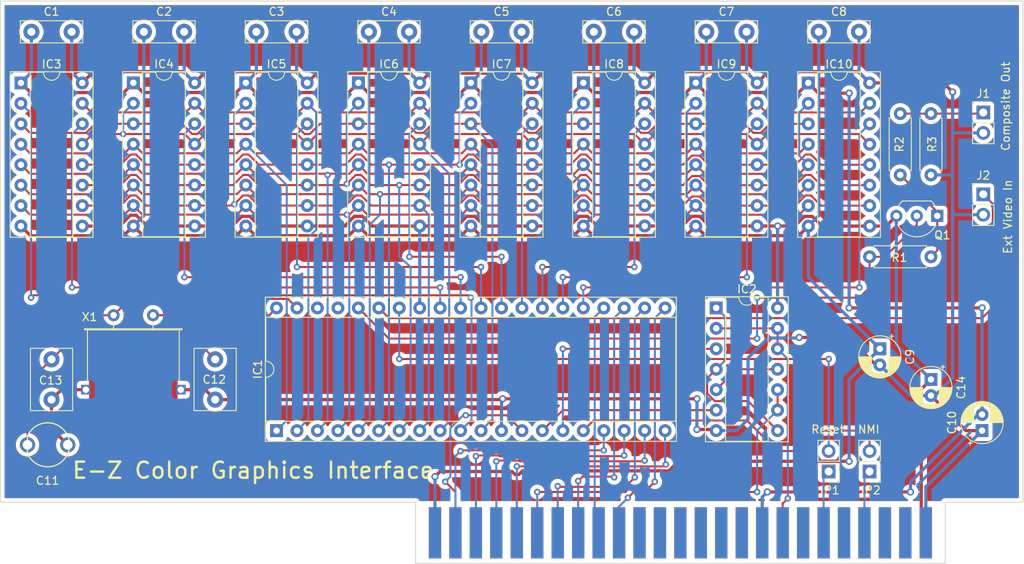
<source format=kicad_pcb>
(kicad_pcb (version 20211014) (generator pcbnew)
  (title_block (title "Circuit Cellar E-Z Color Graphics Interface for Apple II") (date "2022-11-21") (company "Scott Alfter"))
  (layers (0 "F.Cu" signal) (31 "B.Cu" signal) (34 "B.Paste" user) (35 "F.Paste" user) (36 "B.SilkS" user "B.Silkscreen") (37 "F.SilkS" user "F.Silkscreen") (38 "B.Mask" user) (39 "F.Mask" user) (44 "Edge.Cuts" user))
  (net 0 "")
  (net 1 "GND")
  (net 2 "-5V")
  (net 3 "+12V")
  (net 4 "Net-(C11-Pad2)")
  (net 5 "Net-(C12-Pad2)")
  (net 6 "+5V")
  (net 7 "/RAM/~{RAS}")
  (net 8 "/RAM/~{CAS}")
  (net 9 "/RAM/A0")
  (net 10 "/RAM/A1")
  (net 11 "/RAM/A2")
  (net 12 "/RAM/A3")
  (net 13 "/RAM/A4")
  (net 14 "/RAM/A5")
  (net 15 "/RAM/A6")
  (net 16 "/RAM/A7")
  (net 17 "/RAM/R{slash}~{W}")
  (net 18 "A0")
  (net 19 "Net-(IC1-Pad14)")
  (net 20 "Net-(IC1-Pad15)")
  (net 21 "Net-(IC1-Pad16)")
  (net 22 "D0")
  (net 23 "D1")
  (net 24 "D2")
  (net 25 "D3")
  (net 26 "D4")
  (net 27 "D5")
  (net 28 "D6")
  (net 29 "D7")
  (net 30 "/RAM/D0")
  (net 31 "/RAM/D1")
  (net 32 "/RAM/D2")
  (net 33 "/RAM/D3")
  (net 34 "/RAM/D4")
  (net 35 "/RAM/D5")
  (net 36 "/RAM/D6")
  (net 37 "/RAM/D7")
  (net 38 "Net-(IC1-Pad34)")
  (net 39 "Net-(IC1-Pad35)")
  (net 40 "Net-(IC1-Pad36)")
  (net 43 "Net-(IC2-Pad1)")
  (net 44 "R{slash}~{W}")
  (net 45 "Net-(IC2-Pad11)")
  (net 46 "~{DEVSEL}")
  (net 47 "Net-(J1-Pad1)")
  (net 48 "~{RES}")
  (net 49 "~{NMI}")
  (net 83 "Net-(Q1-Pad1)")
  (footprint "Resistor_THT:R_Axial_DIN0207_L6.3mm_D2.5mm_P7.62mm_Horizontal" (layer "F.Cu") (at 204.32 99.2 180)
    (fp_text reference "R1")
    (fp_text value "10kΩ" hide)
  )
  (footprint "Capacitor_THT:C_Disc_D7.5mm_W2.5mm_P5.00mm" (layer "F.Cu") (at 153.48 71.26 180)
    (fp_text reference "C5")
    (fp_text value "0.1µF" hide)
  )
  (footprint "Package_DIP:DIP-16_W7.62mm_Socket" (layer "F.Cu") (at 105.26 77.6)
    (fp_text reference "IC4")
    (fp_text value "4116" hide)
  )
  (footprint "Capacitor_THT:C_Disc_D7.5mm_W2.5mm_P5.00mm" (layer "F.Cu") (at 97.6 71.26 180)
    (fp_text reference "C1")
    (fp_text value "0.1µF" hide)
  )
  (footprint "Package_DIP:DIP-16_W7.62mm_Socket" (layer "F.Cu") (at 147.18 77.6)
    (fp_text reference "IC7")
    (fp_text value "4116" hide)
  )
  (footprint "Crystal:Crystal_HC49-U_Horizontal_1EP_style2" (layer "F.Cu") (at 102.81 106.46)
    (fp_text reference "X1")
    (fp_text value "10.7386MHz" hide)
  )
  (footprint "Capacitor_THT:C_Disc_D7.5mm_W2.5mm_P5.00mm" (layer "F.Cu") (at 134.51 71.26)
    (fp_text reference "C4")
    (fp_text value "0.1µF" hide)
  )
  (footprint "Capacitor_THT:CP_Radial_D5.0mm_P2.00mm" (layer "F.Cu") (at 197.97 110.63 -90)
    (fp_text reference "C9")
    (fp_text value "10µF")
  )
  (footprint "Package_DIP:DIP-16_W7.62mm_Socket" (layer "F.Cu") (at 175.11 77.6)
    (fp_text reference "IC9")
    (fp_text value "4116" hide)
  )
  (footprint "Capacitor_THT:C_Disc_D7.5mm_W2.5mm_P5.00mm" (layer "F.Cu") (at 190.39 71.26)
    (fp_text reference "C8")
    (fp_text value "0.1µF" hide)
  )
  (footprint "Resistor_THT:R_Axial_DIN0207_L6.3mm_D2.5mm_P7.62mm_Horizontal" (layer "F.Cu") (at 200.51 81.42 -90)
    (fp_text reference "R2")
    (fp_text value "33Ω" hide)
  )
  (footprint "Package_DIP:DIP-16_W7.62mm_Socket" (layer "F.Cu") (at 161.15 77.6)
    (fp_text reference "IC8")
    (fp_text value "4116" hide)
  )
  (footprint "apple2-bus:Male_Card-Edge_50_pin__100_mil" (layer "F.Cu") (at 173.205 133.49)
    (fp_text reference "P1" hide)
    (fp_text value "A2Bus" hide)
  )
  (footprint "Package_DIP:DIP-40_W15.24mm_Socket" (layer "F.Cu") (at 123.045 120.795 90)
    (fp_text reference "IC1")
    (fp_text value "TMS9918A" hide)
  )
  (footprint "Capacitor_THT:C_Disc_D7.5mm_W5.0mm_P5.00mm" (layer "F.Cu") (at 95.1 116.94 90)
    (fp_text reference "C13")
    (fp_text value "33pF" hide)
  )
  (footprint "Package_DIP:DIP-16_W7.62mm_Socket" (layer "F.Cu") (at 189.09 77.61)
    (fp_text reference "IC10")
    (fp_text value "4116" hide)
  )
  (footprint "Package_DIP:DIP-16_W7.62mm_Socket" (layer "F.Cu") (at 133.21 77.6)
    (fp_text reference "IC6")
    (fp_text value "4116" hide)
  )
  (footprint "Package_DIP:DIP-16_W7.62mm_Socket" (layer "F.Cu") (at 91.3 77.61)
    (fp_text reference "IC3")
    (fp_text value "4116" hide)
  )
  (footprint "Connector_PinHeader_2.54mm:PinHeader_1x02_P2.54mm_Vertical" (layer "F.Cu") (at 196.7 125.87 180)
    (fp_text reference "JP2")
    (fp_text value "Jumper_2_Open" hide)
  )
  (footprint "Connector_PinHeader_2.54mm:PinHeader_1x02_P2.54mm_Vertical" (layer "F.Cu") (at 210.82 81.28)
    (fp_text reference "J1")
    (fp_text value "Composite Out" hide)
  )
  (footprint "passives:C_Trimmer_THT_5mm" (layer "F.Cu") (at 94.615 122.555 -90)
    (fp_text reference "C11")
    (fp_text value "5-50pF" hide)
  )
  (footprint "Connector_PinHeader_2.54mm:PinHeader_1x02_P2.54mm_Vertical" (layer "F.Cu") (at 191.62 125.87 180)
    (fp_text reference "JP1")
    (fp_text value "Jumper_2_Open" hide)
  )
  (footprint "Capacitor_THT:C_Disc_D7.5mm_W5.0mm_P5.00mm" (layer "F.Cu") (at 115.42 116.94 90)
    (fp_text reference "C12")
    (fp_text value "33pF" hide)
  )
  (footprint "Package_DIP:DIP-16_W7.62mm_Socket" (layer "F.Cu") (at 119.23 77.6)
    (fp_text reference "IC5")
    (fp_text value "4116" hide)
  )
  (footprint "Capacitor_THT:CP_Radial_D5.0mm_P2.00mm" (layer "F.Cu") (at 204.32 114.44 -90)
    (fp_text reference "C14")
    (fp_text value "10µF")
  )
  (footprint "Capacitor_THT:C_Disc_D7.5mm_W2.5mm_P5.00mm" (layer "F.Cu") (at 125.54 71.26 180)
    (fp_text reference "C3")
    (fp_text value "0.1µF" hide)
  )
  (footprint "Capacitor_THT:C_Disc_D7.5mm_W2.5mm_P5.00mm" (layer "F.Cu") (at 162.45 71.26)
    (fp_text reference "C6")
    (fp_text value "0.1µF" hide)
  )
  (footprint "Package_TO_SOT_THT:TO-92_Inline_Wide" (layer "F.Cu") (at 205.105 94.12 180)
    (fp_text reference "Q1")
    (fp_text value "2N3904")
  )
  (footprint "Connector_PinHeader_2.54mm:PinHeader_1x02_P2.54mm_Vertical" (layer "F.Cu") (at 210.82 91.44)
    (fp_text reference "J2")
    (fp_text value "Ext Video In (DNP)" hide)
  )
  (footprint "Package_DIP:DIP-14_W7.62mm_Socket" (layer "F.Cu") (at 177.65 105.55)
    (fp_text reference "IC2")
    (fp_text value "74LS00" hide)
  )
  (footprint "Capacitor_THT:CP_Radial_D5.0mm_P2.00mm" (layer "F.Cu") (at 210.67 120.79 90)
    (fp_text reference "C10")
    (fp_text value "10µF")
  )
  (footprint "Resistor_THT:R_Axial_DIN0207_L6.3mm_D2.5mm_P7.62mm_Horizontal" (layer "F.Cu") (at 204.32 89.04 90)
    (fp_text reference "R3")
    (fp_text value "33Ω" hide)
  )
  (footprint "Capacitor_THT:C_Disc_D7.5mm_W2.5mm_P5.00mm" (layer "F.Cu") (at 106.57 71.26)
    (fp_text reference "C2")
    (fp_text value "0.1µF" hide)
  )
  (footprint "Capacitor_THT:C_Disc_D7.5mm_W2.5mm_P5.00mm" (layer "F.Cu") (at 181.42 71.26 180)
    (fp_text reference "C7")
    (fp_text value "0.1µF" hide)
  )
  (gr_line (start 139.55 129.68) (end 140.312 129.68) (layer "Edge.Cuts") (width 0.1))
  (gr_line (start 215.75 67.45) (end 88.75 67.45) (layer "Edge.Cuts") (width 0.1))
  (gr_line (start 134.47 129.68) (end 88.75 129.68) (layer "Edge.Cuts") (width 0.1))
  (gr_line (start 206.098 137.3) (end 140.439 137.3) (layer "Edge.Cuts") (width 0.1))
  (gr_line (start 140.312 137.3) (end 140.312 129.68) (layer "Edge.Cuts") (width 0.1))
  (gr_line (start 206.098 129.68) (end 206.098 137.3) (layer "Edge.Cuts") (width 0.1))
  (gr_line (start 139.55 129.68) (end 134.47 129.68) (layer "Edge.Cuts") (width 0.1))
  (gr_line (start 140.439 137.3) (end 140.312 137.3) (layer "Edge.Cuts") (width 0.1))
  (gr_line (start 215.75 129.68) (end 215.75 67.45) (layer "Edge.Cuts") (width 0.1))
  (gr_line (start 206.098 129.68) (end 215.75 129.68) (layer "Edge.Cuts") (width 0.1))
  (gr_line (start 88.75 129.68) (end 88.75 67.45) (layer "Edge.Cuts") (width 0.1))
  (gr_text "Composite Out" (at 213.614 80.518 90) (layer "F.SilkS") (effects (font (size 1 1))))
  (gr_text "NMI" (at 196.596 120.65) (layer "F.SilkS") (effects (font (size 1 1))))
  (gr_text "Reset" (at 191.516 120.65) (layer "F.SilkS") (effects (font (size 1 1))))
  (gr_text "Ext Video In" (at 213.868 94.234 90) (layer "F.SilkS") (effects (font (size 1 1))))
  (gr_text "E-Z Color Graphics Interface" (at 120.142 125.73) (layer "F.SilkS") (effects (font (size 2 2) (thickness 0.3))))
  (segment (start 128.05 76.4) (end 139.63 76.4) (width 0.4) (layer "F.Cu") (net 1))
  (segment (start 194.06 109.22) (end 197.47 112.63) (width 0.4) (layer "F.Cu") (net 1))
  (segment (start 100.33 76.2) (end 111.48 76.2) (width 0.4) (layer "F.Cu") (net 1))
  (segment (start 111.48 76.2) (end 112.88 77.6) (width 0.4) (layer "F.Cu") (net 1))
  (segment (start 95.1 116.94) (end 95.1 120.54) (width 0.4) (layer "F.Cu") (net 1))
  (segment (start 112.88 77.6) (end 114.28 76.2) (width 0.4) (layer "F.Cu") (net 1))
  (segment (start 208.67 120.79) (end 204.32 116.44) (width 0.4) (layer "F.Cu") (net 1))
  (segment (start 139.63 76.4) (end 140.83 77.6) (width 0.4) (layer "F.Cu") (net 1))
  (segment (start 140.83 77.6) (end 142.03 76.4) (width 0.4) (layer "F.Cu") (net 1))
  (segment (start 205.88 77.61) (end 207.01 78.74) (width 0.4) (layer "F.Cu") (net 1))
  (segment (start 151.03 116.94) (end 151.13 116.84) (width 0.4) (layer "F.Cu") (net 1))
  (segment (start 187.96 109.22) (end 194.06 109.22) (width 0.4) (layer "F.Cu") (net 1))
  (segment (start 126.85 77.6) (end 128.05 76.4) (width 0.4) (layer "F.Cu") (net 1))
  (segment (start 99.36 115.71) (end 96.33 115.71) (width 0.4) (layer "F.Cu") (net 1))
  (segment (start 115.42 116.94) (end 151.03 116.94) (width 0.4) (layer "F.Cu") (net 1))
  (segment (start 156.2 76.2) (end 167.37 76.2) (width 0.4) (layer "F.Cu") (net 1))
  (segment (start 95.1 120.54) (end 97.115 122.555) (width 0.4) (layer "F.Cu") (net 1))
  (segment (start 175.26 120.65) (end 177.51 120.65) (width 0.4) (layer "F.Cu") (net 1))
  (segment (start 197.47 112.63) (end 197.97 112.63) (width 0.4) (layer "F.Cu") (net 1))
  (segment (start 114.28 76.2) (end 125.45 76.2) (width 0.4) (layer "F.Cu") (net 1))
  (segment (start 151.13 116.84) (end 175.26 116.84) (width 0.4) (layer "F.Cu") (net 1))
  (segment (start 170.17 76.2) (end 181.33 76.2) (width 0.4) (layer "F.Cu") (net 1))
  (segment (start 168.77 77.6) (end 170.17 76.2) (width 0.4) (layer "F.Cu") (net 1))
  (segment (start 195.3 76.2) (end 196.71 77.61) (width 0.4) (layer "F.Cu") (net 1))
  (segment (start 182.73 77.6) (end 184.13 76.2) (width 0.4) (layer "F.Cu") (net 1))
  (segment (start 154.8 77.6) (end 156.2 76.2) (width 0.4) (layer "F.Cu") (net 1))
  (segment (start 153.6 76.4) (end 154.8 77.6) (width 0.4) (layer "F.Cu") (net 1))
  (segment (start 210.67 120.79) (end 208.67 120.79) (width 0.4) (layer "F.Cu") (net 1))
  (segment (start 114.19 115.71) (end 115.42 116.94) (width 0.4) (layer "F.Cu") (net 1))
  (segment (start 177.51 120.65) (end 177.65 120.79) (width 0.4) (layer "F.Cu") (net 1))
  (segment (start 181.33 76.2) (end 182.73 77.6) (width 0.4) (layer "F.Cu") (net 1))
  (segment (start 196.71 77.61) (end 205.88 77.61) (width 0.4) (layer "F.Cu") (net 1))
  (segment (start 142.03 76.4) (end 153.6 76.4) (width 0.4) (layer "F.Cu") (net 1))
  (segment (start 96.33 115.71) (end 95.1 116.94) (width 0.4) (layer "F.Cu") (net 1))
  (segment (start 184.13 76.2) (end 195.3 76.2) (width 0.4) (layer "F.Cu") (net 1))
  (segment (start 167.37 76.2) (end 168.77 77.6) (width 0.4) (layer "F.Cu") (net 1))
  (segment (start 111.16 115.71) (end 114.19 115.71) (width 0.4) (layer "F.Cu") (net 1))
  (segment (start 125.45 76.2) (end 126.85 77.6) (width 0.4) (layer "F.Cu") (net 1))
  (segment (start 98.92 77.61) (end 100.33 76.2) (width 0.4) (layer "F.Cu") (net 1))
  (via (at 207.01 78.74) (size 0.9) (drill 0.5) (layers "F.Cu" "B.Cu") (net 1))
  (via (at 175.26 116.84) (size 0.9) (drill 0.5) (layers "F.Cu" "B.Cu") (net 1))
  (via (at 187.96 109.22) (size 0.9) (drill 0.5) (layers "F.Cu" "B.Cu") (net 1))
  (via (at 151.13 116.84) (size 0.9) (drill 0.5) (layers "F.Cu" "B.Cu") (net 1))
  (via (at 175.26 120.65) (size 0.9) (drill 0.5) (layers "F.Cu" "B.Cu") (net 1))
  (segment (start 207.01 83.82) (end 210.82 83.82) (width 0.4) (layer "B.Cu") (net 1))
  (segment (start 203.685 133.49) (end 203.685 127.775) (width 0.4) (layer "B.Cu") (net 1))
  (segment (start 151.13 116.84) (end 150.985 116.985) (width 0.4) (layer "B.Cu") (net 1))
  (segment (start 181.42 76.29) (end 182.73 77.6) (width 0.4) (layer "B.Cu") (net 1))
  (segment (start 207.01 78.74) (end 207.01 83.82) (width 0.4) (layer "B.Cu") (net 1))
  (segment (start 204.82 116.44) (end 207.01 114.25) (width 0.4) (layer "B.Cu") (net 1))
  (segment (start 197.97 112.63) (end 201.78 116.44) (width 0.4) (layer "B.Cu") (net 1))
  (segment (start 139.51 76.28) (end 140.83 77.6) (width 0.4) (layer "B.Cu") (net 1))
  (segment (start 181.61 111.76) (end 184.08 109.29) (width 0.4) (layer "B.Cu") (net 1))
  (segment (start 204.32 116.44) (end 204.82 116.44) (width 0.4) (layer "B.Cu") (net 1))
  (segment (start 181.61 119.38) (end 181.61 111.76) (width 0.4) (layer "B.Cu") (net 1))
  (segment (start 153.48 71.26) (end 153.48 76.28) (width 0.4) (layer "B.Cu") (net 1))
  (segment (start 139.51 71.26) (end 139.51 76.28) (width 0.4) (layer "B.Cu") (net 1))
  (segment (start 167.45 71.26) (end 167.45 76.28) (width 0.4) (layer "B.Cu") (net 1))
  (segment (start 201.78 116.44) (end 204.32 116.44) (width 0.4) (layer "B.Cu") (net 1))
  (segment (start 207.01 88.9) (end 206.87 89.04) (width 0.4) (layer "B.Cu") (net 1))
  (segment (start 207.01 93.98) (end 207.01 114.25) (width 0.4) (layer "B.Cu") (net 1))
  (segment (start 153.48 76.28) (end 154.8 77.6) (width 0.4) (layer "B.Cu") (net 1))
  (segment (start 167.45 76.28) (end 168.77 77.6) (width 0.4) (layer "B.Cu") (net 1))
  (segment (start 207.01 83.82) (end 207.01 88.9) (width 0.4) (layer "B.Cu") (net 1))
  (segment (start 187.89 109.29) (end 187.96 109.22) (width 0.4) (layer "B.Cu") (net 1))
  (segment (start 175.26 116.84) (end 175.26 120.65) (width 0.4) (layer "B.Cu") (net 1))
  (segment (start 177.65 120.79) (end 180.2 120.79) (width 0.4) (layer "B.Cu") (net 1))
  (segment (start 184.08 109.29) (end 187.89 109.29) (width 0.4) (layer "B.Cu") (net 1))
  (segment (start 150.985 116.985) (end 150.985 120.795) (width 0.4) (layer "B.Cu") (net 1))
  (segment (start 97.6 76.29) (end 98.92 77.61) (width 0.4) (layer "B.Cu") (net 1))
  (segment (start 195.39 76.29) (end 196.71 77.61) (width 0.4) (layer "B.Cu") (net 1))
  (segment (start 111.57 76.29) (end 112.88 77.6) (width 0.4) (layer "B.Cu") (net 1))
  (segment (start 181.42 71.26) (end 181.42 76.29) (width 0.4) (layer "B.Cu") (net 1))
  (segment (start 125.54 76.29) (end 126.85 77.6) (width 0.4) (layer "B.Cu") (net 1))
  (segment (start 97.6 71.26) (end 97.6 76.29) (width 0.4) (layer "B.Cu") (net 1))
  (segment (start 111.57 71.26) (end 111.57 76.29) (width 0.4) (layer "B.Cu") (net 1))
  (segment (start 195.39 71.26) (end 195.39 76.29) (width 0.4) (layer "B.Cu") (net 1))
  (segment (start 207.01 88.9) (end 207.01 93.98) (width 0.4) (layer "B.Cu") (net 1))
  (segment (start 206.87 89.04) (end 204.32 89.04) (width 0.4) (layer "B.Cu") (net 1))
  (segment (start 207.01 93.98) (end 210.82 93.98) (width 0.4) (layer "B.Cu") (net 1))
  (segment (start 203.685 127.775) (end 210.67 120.79) (width 0.4) (layer "B.Cu") (net 1))
  (segment (start 125.54 71.26) (end 125.54 76.29) (width 0.4) (layer "B.Cu") (net 1))
  (segment (start 180.2 120.79) (end 181.61 119.38) (width 0.4) (layer "B.Cu") (net 1))
  (segment (start 104.06 78.81) (end 105.27 77.6) (width 0.4) (layer "F.Cu") (net 2))
  (segment (start 162.35 78.8) (end 161.15 77.6) (width 0.4) (layer "F.Cu") (net 2))
  (segment (start 132.01 78.8) (end 133.21 77.6) (width 0.4) (layer "F.Cu") (net 2))
  (segment (start 194.16 78.88) (end 190.35 78.88) (width 0.4) (layer "F.Cu") (net 2))
  (segment (start 134.335 78.725) (end 134.41 78.8) (width 0.4) (layer "F.Cu") (net 2))
  (segment (start 106.47 78.8) (end 118.04 78.8) (width 0.4) (layer "F.Cu") (net 2))
  (segment (start 120.44 78.8) (end 132.01 78.8) (width 0.4) (layer "F.Cu") (net 2))
  (segment (start 145.99 78.8) (end 146.05 78.74) (width 0.4) (layer "F.Cu") (net 2))
  (segment (start 146.055 78.725) (end 147.18 77.6) (width 0.4) (layer "F.Cu") (net 2))
  (segment (start 133.21 77.6) (end 134.335 78.725) (width 0.4) (layer "F.Cu") (net 2))
  (segment (start 190.35 78.88) (end 189.09 77.62) (width 0.4) (layer "F.Cu") (net 2))
  (segment (start 173.93 78.8) (end 162.35 78.8) (width 0.4) (layer "F.Cu") (net 2))
  (segment (start 210.67 105.55) (end 194.16 105.55) (width 0.4) (layer "F.Cu") (net 2))
  (segment (start 119.24 77.6) (end 120.44 78.8) (width 0.4) (layer "F.Cu") (net 2))
  (segment (start 176.3 78.8) (end 187.89 78.8) (width 0.4) (layer "F.Cu") (net 2))
  (segment (start 187.89 78.8) (end 189.08 77.61) (width 0.4) (layer "F.Cu") (net 2))
  (segment (start 147.18 77.6) (end 148.38 78.8) (width 0.4) (layer "F.Cu") (net 2))
  (segment (start 189.09 77.62) (end 189.09 77.61) (width 0.4) (layer "F.Cu") (net 2))
  (segment (start 118.04 78.8) (end 119.24 77.6) (width 0.4) (layer "F.Cu") (net 2))
  (segment (start 173.99 78.74) (end 173.93 78.8) (width 0.4) (layer "F.Cu") (net 2))
  (segment (start 175.11 77.61) (end 176.3 78.8) (width 0.4) (layer "F.Cu") (net 2))
  (segment (start 134.41 78.8) (end 145.99 78.8) (width 0.4) (layer "F.Cu") (net 2))
  (segment (start 173.995 78.725) (end 175.11 77.61) (width 0.4) (layer "F.Cu") (net 2))
  (segment (start 184 128.41) (end 201.78 128.41) (width 0.4) (layer "F.Cu") (net 2))
  (segment (start 159.95 78.8) (end 161.15 77.6) (width 0.4) (layer "F.Cu") (net 2))
  (segment (start 105.27 77.6) (end 106.47 78.8) (width 0.4) (layer "F.Cu") (net 2))
  (segment (start 92.51 78.81) (end 104.06 78.81) (width 0.4) (layer "F.Cu") (net 2))
  (segment (start 148.38 78.8) (end 159.95 78.8) (width 0.4) (layer "F.Cu") (net 2))
  (segment (start 91.3 77.6) (end 92.51 78.81) (width 0.4) (layer "F.Cu") (net 2))
  (via (at 194.16 78.88) (size 0.9) (drill 0.5) (layers "F.Cu" "B.Cu") (net 2))
  (via (at 184 128.41) (size 0.9) (drill 0.5) (layers "F.Cu" "B.Cu") (net 2))
  (via (at 210.67 105.55) (size 0.9) (drill 0.5) (layers "F.Cu" "B.Cu") (net 2))
  (via (at 201.78 128.41) (size 0.9) (drill 0.5) (layers "F.Cu" "B.Cu") (net 2))
  (via (at 194.16 105.55) (size 0.9) (drill 0.5) (layers "F.Cu" "B.Cu") (net 2))
  (segment (start 120.54 71.26) (end 120.54 76.3) (width 0.4) (layer "B.Cu") (net 2))
  (segment (start 92.6 71.26) (end 92.6 76.3) (width 0.4) (layer "B.Cu") (net 2))
  (segment (start 194.16 105.55) (end 194.16 78.88) (width 0.4) (layer "B.Cu") (net 2))
  (segment (start 148.48 76.3) (end 147.18 77.6) (width 0.4) (layer "B.Cu") (net 2))
  (segment (start 183.365 129.045) (end 184 128.41) (width 0.4) (layer "B.Cu") (net 2))
  (segment (start 210.67 118.29) (end 210.67 105.55) (width 0.4) (layer "B.Cu") (net 2))
  (segment (start 120.54 76.3) (end 119.24 77.6) (width 0.4) (layer "B.Cu") (net 2))
  (segment (start 176.42 76.3) (end 175.11 77.61) (width 0.4) (layer "B.Cu") (net 2))
  (segment (start 176.42 71.26) (end 176.42 76.3) (width 0.4) (layer "B.Cu") (net 2))
  (segment (start 201.78 128.41) (end 201.78 127.18) (width 0.4) (layer "B.Cu") (net 2))
  (segment (start 201.78 127.18) (end 210.67 118.29) (width 0.4) (layer "B.Cu") (net 2))
  (segment (start 183.365 133.49) (end 183.365 129.045) (width 0.4) (layer "B.Cu") (net 2))
  (segment (start 148.48 71.26) (end 148.48 76.3) (width 0.4) (layer "B.Cu") (net 2))
  (segment (start 92.6 76.3) (end 91.3 77.6) (width 0.4) (layer "B.Cu") (net 2))
  (segment (start 161.15 95.38) (end 162.35 96.58) (width 0.4) (layer "F.Cu") (net 3))
  (segment (start 148.305 96.505) (end 148.38 96.58) (width 0.4) (layer "F.Cu") (net 3))
  (segment (start 132.02 96.58) (end 132.085 96.515) (width 0.4) (layer "F.Cu") (net 3))
  (segment (start 120.44 96.58) (end 132.02 96.58) (width 0.4) (layer "F.Cu") (net 3))
  (segment (start 106.47 96.58) (end 118.04 96.58) (width 0.4) (layer "F.Cu") (net 3))
  (segment (start 132.085 96.505) (end 133.21 95.38) (width 0.4) (layer "F.Cu") (net 3))
  (segment (start 105.27 95.38) (end 106.47 96.58) (width 0.4) (layer "F.Cu") (net 3))
  (segment (start 152.286 125.87) (end 152.654 126.238) (width 0.4) (layer "F.Cu") (net 3))
  (segment (start 143.36 125.87) (end 142.725 126.505) (width 0.4) (layer "F.Cu") (net 3))
  (segment (start 92.5 96.59) (end 104.05 96.59) (width 0.4) (layer "F.Cu") (net 3))
  (segment (start 147.18 95.38) (end 148.305 96.505) (width 0.4) (layer "F.Cu") (net 3))
  (segment (start 159.96 96.58) (end 160.02 96.52) (width 0.4) (layer "F.Cu") (net 3))
  (segment (start 104.05 96.59) (end 105.26 95.38) (width 0.4) (layer "F.Cu") (net 3))
  (segment (start 119.24 95.38) (end 120.44 96.58) (width 0.4) (layer "F.Cu") (net 3))
  (segment (start 173.92 96.58) (end 175.11 95.39) (width 0.4) (layer "F.Cu") (net 3))
  (segment (start 175.11 95.39) (end 176.3 96.58) (width 0.4) (layer "F.Cu") (net 3))
  (segment (start 172.959598 124.6) (end 194.16 124.6) (width 0.4) (layer "F.Cu") (net 3))
  (segment (start 153.607013 125.792987) (end 171.766611 125.792987) (width 0.4) (layer "F.Cu") (net 3))
  (segment (start 152.286 125.87) (end 143.36 125.87) (width 0.4) (layer "F.Cu") (net 3))
  (segment (start 152.654 126.238) (end 153.162 126.238) (width 0.4) (layer "F.Cu") (net 3))
  (segment (start 176.3 96.58) (end 187.89 96.58) (width 0.4) (layer "F.Cu") (net 3))
  (segment (start 145.98 96.58) (end 147.18 95.38) (width 0.4) (layer "F.Cu") (net 3))
  (segment (start 118.04 96.58) (end 119.24 95.38) (width 0.4) (layer "F.Cu") (net 3))
  (segment (start 148.38 96.58) (end 159.96 96.58) (width 0.4) (layer "F.Cu") (net 3))
  (segment (start 133.21 95.38) (end 134.41 96.58) (width 0.4) (layer "F.Cu") (net 3))
  (segment (start 162.35 96.58) (end 173.92 96.58) (width 0.4) (layer "F.Cu") (net 3))
  (segment (start 134.41 96.58) (end 145.98 96.58) (width 0.4) (layer "F.Cu") (net 3))
  (segment (start 171.766611 125.792987) (end 172.959598 124.6) (width 0.4) (layer "F.Cu") (net 3))
  (segment (start 91.3 95.39) (end 92.5 96.59) (width 0.4) (layer "F.Cu") (net 3))
  (segment (start 160.025 96.505) (end 161.15 95.38) (width 0.4) (layer "F.Cu") (net 3))
  (segment (start 153.162 126.238) (end 153.607013 125.792987) (width 0.4) (layer "F.Cu") (net 3))
  (segment (start 132.085 96.515) (end 132.085 96.505) (width 0.4) (layer "F.Cu") (net 3))
  (segment (start 187.89 96.58) (end 189.08 95.39) (width 0.4) (layer "F.Cu") (net 3))
  (via (at 142.725 126.505) (size 0.9) (drill 0.5) (layers "F.Cu" "B.Cu") (net 3))
  (via (at 194.16 124.6) (size 0.9) (drill 0.5) (layers "F.Cu" "B.Cu") (net 3))
  (segment (start 162.45 71.26) (end 162.45 94.08) (width 0.4) (layer "B.Cu") (net 3))
  (segment (start 190.39 71.26) (end 190.39 94.08) (width 0.4) (layer "B.Cu") (net 3))
  (segment (start 194.16 114.44) (end 197.97 110.63) (width 0.4) (layer "B.Cu") (net 3))
  (segment (start 189.09 101.75) (end 197.97 110.63) (width 0.4) (layer "B.Cu") (net 3))
  (segment (start 194.16 124.6) (end 194.16 114.44) (width 0.4) (layer "B.Cu") (net 3))
  (segment (start 142.725 133.49) (end 142.725 126.505) (width 0.4) (layer "B.Cu") (net 3))
  (segment (start 190.39 94.08) (end 189.08 95.39) (width 0.4) (layer "B.Cu") (net 3))
  (segment (start 106.57 94.08) (end 105.27 95.38) (width 0.4) (layer "B.Cu") (net 3))
  (segment (start 189.09 95.39) (end 189.09 101.75) (width 0.4) (layer "B.Cu") (net 3))
  (segment (start 134.51 94.08) (end 133.21 95.38) (width 0.4) (layer "B.Cu") (net 3))
  (segment (start 162.45 94.08) (end 161.15 95.38) (width 0.4) (layer "B.Cu") (net 3))
  (segment (start 134.51 71.26) (end 134.51 94.08) (width 0.4) (layer "B.Cu") (net 3))
  (segment (start 106.57 71.26) (end 106.57 94.08) (width 0.4) (layer "B.Cu") (net 3))
  (segment (start 95.1 111.94) (end 92.115 114.925) (width 0.25) (layer "F.Cu") (net 4))
  (segment (start 92.115 114.925) (end 92.115 122.555) (width 0.25) (layer "F.Cu") (net 4))
  (segment (start 124.46 104.43) (end 125.585 105.555) (width 0.25) (layer "F.Cu") (net 4))
  (segment (start 104.84 104.43) (end 124.46 104.43) (width 0.25) (layer "F.Cu") (net 4))
  (segment (start 100.58 106.46) (end 102.81 106.46) (width 0.25) (layer "F.Cu") (net 4))
  (segment (start 95.1 111.94) (end 100.58 106.46) (width 0.25) (layer "F.Cu") (net 4))
  (segment (start 102.81 106.46) (end 104.84 104.43) (width 0.25) (layer "F.Cu") (net 4))
  (segment (start 107.71 106.46) (end 122.14 106.46) (width 0.25) (layer "F.Cu") (net 5))
  (segment (start 122.14 106.46) (end 123.045 105.555) (width 0.25) (layer "F.Cu") (net 5))
  (segment (start 109.94 106.46) (end 115.42 111.94) (width 0.25) (layer "F.Cu") (net 5))
  (segment (start 107.71 106.46) (end 109.94 106.46) (width 0.25) (layer "F.Cu") (net 5))
  (segment (start 161.647057 94.18) (end 162.740991 95.273934) (width 0.4) (layer "F.Cu") (net 6))
  (segment (start 182.73 95.38) (end 185.29 95.38) (width 0.4) (layer "F.Cu") (net 6))
  (segment (start 134.800991 95.273934) (end 134.800991 95.38) (width 0.4) (layer "F.Cu") (net 6))
  (segment (start 98.92 95.39) (end 103.552943 95.39) (width 0.4) (layer "F.Cu") (net 6))
  (segment (start 134.800991 95.38) (end 145.589009 95.38) (width 0.4) (layer "F.Cu") (net 6))
  (segment (start 176.700991 95.273934) (end 176.700991 95.38) (width 0.4) (layer "F.Cu") (net 6))
  (segment (start 120.820991 95.273934) (end 120.820991 95.38) (width 0.4) (layer "F.Cu") (net 6))
  (segment (start 112.88 95.38) (end 117.639009 95.38) (width 0.4) (layer "F.Cu") (net 6))
  (segment (start 198.755 95.39) (end 200.025 94.12) (width 0.4) (layer "F.Cu") (net 6))
  (segment (start 187.509009 95.38) (end 187.509009 95.273934) (width 0.4) (layer "F.Cu") (net 6))
  (segment (start 131.619009 95.273934) (end 132.712943 94.18) (width 0.4) (layer "F.Cu") (net 6))
  (segment (start 188.592943 94.19) (end 189.587057 94.19) (width 0.4) (layer "F.Cu") (net 6))
  (segment (start 117.639009 95.273934) (end 118.732943 94.18) (width 0.4) (layer "F.Cu") (net 6))
  (segment (start 148.770991 95.38) (end 154.8 95.38) (width 0.4) (layer "F.Cu") (net 6))
  (segment (start 160.652943 94.18) (end 161.647057 94.18) (width 0.4) (layer "F.Cu") (net 6))
  (segment (start 168.77 95.38) (end 173.519009 95.38) (width 0.4) (layer "F.Cu") (net 6))
  (segment (start 159.559009 95.273934) (end 160.652943 94.18) (width 0.4) (layer "F.Cu") (net 6))
  (segment (start 190.680991 95.283934) (end 190.680991 95.39) (width 0.4) (layer "F.Cu") (net 6))
  (segment (start 203.12 132.925) (end 203.12 115.64) (width 0.4) (layer "F.Cu") (net 6))
  (segment (start 126.85 95.38) (end 131.619009 95.38) (width 0.4) (layer "F.Cu") (net 6))
  (segment (start 118.732943 94.18) (end 119.727057 94.18) (width 0.4) (layer "F.Cu") (net 6))
  (segment (start 176.700991 95.38) (end 182.73 95.38) (width 0.4) (layer "F.Cu") (net 6))
  (segment (start 119.727057 94.18) (end 120.820991 95.273934) (width 0.4) (layer "F.Cu") (net 6))
  (segment (start 203.685 133.49) (end 203.12 132.925) (width 0.4) (layer "F.Cu") (net 6))
  (segment (start 190.680991 95.39) (end 196.71 95.39) (width 0.4) (layer "F.Cu") (net 6))
  (segment (start 187.509009 95.273934) (end 188.592943 94.19) (width 0.4) (layer "F.Cu") (net 6))
  (segment (start 173.519009 95.273934) (end 174.612943 94.18) (width 0.4) (layer "F.Cu") (net 6))
  (segment (start 174.612943 94.18) (end 175.607057 94.18) (width 0.4) (layer "F.Cu") (net 6))
  (segment (start 147.677057 94.18) (end 146.68365 94.18) (width 0.4) (layer "F.Cu") (net 6))
  (segment (start 104.902943 94.04) (end 105.617057 94.04) (width 0.4) (layer "F.Cu") (net 6))
  (segment (start 162.740991 95.38) (end 168.77 95.38) (width 0.4) (layer "F.Cu") (net 6))
  (segment (start 103.552943 95.39) (end 104.902943 94.04) (width 0.4) (layer "F.Cu") (net 6))
  (segment (start 120.820991 95.38) (end 126.85 95.38) (width 0.4) (layer "F.Cu") (net 6))
  (segment (start 145.589009 95.274641) (end 145.589009 95.38) (width 0.4) (layer "F.Cu") (net 6))
  (segment (start 173.519009 95.38) (end 173.519009 95.273934) (width 0.4) (layer "F.Cu") (net 6))
  (segment (start 132.712943 94.18) (end 133.707057 94.18) (width 0.4) (layer "F.Cu") (net 6))
  (segment (start 146.68365 94.18) (end 145.589009 95.274641) (width 0.4) (layer "F.Cu") (net 6))
  (segment (start 106.957057 95.38) (end 112.88 95.38) (width 0.4) (layer "F.Cu") (net 6))
  (segment (start 185.29 95.38) (end 187.509009 95.38) (width 0.4) (layer "F.Cu") (net 6))
  (segment (start 117.639009 95.38) (end 117.639009 95.273934) (width 0.4) (layer "F.Cu") (net 6))
  (segment (start 196.71 95.39) (end 198.755 95.39) (width 0.4) (layer "F.Cu") (net 6))
  (segment (start 131.619009 95.38) (end 131.619009 95.273934) (width 0.4) (layer "F.Cu") (net 6))
  (segment (start 159.559009 95.38) (end 159.559009 95.273934) (width 0.4) (layer "F.Cu") (net 6))
  (segment (start 105.617057 94.04) (end 106.957057 95.38) (width 0.4) (layer "F.Cu") (net 6))
  (segment (start 133.707057 94.18) (end 134.800991 95.273934) (width 0.4) (layer "F.Cu") (net 6))
  (segment (start 148.770991 95.273934) (end 147.677057 94.18) (width 0.4) (layer "F.Cu") (net 6))
  (segment (start 162.740991 95.273934) (end 162.740991 95.38) (width 0.4) (layer "F.Cu") (net 6))
  (segment (start 203.12 115.64) (end 204.32 114.44) (width 0.4) (layer "F.Cu") (net 6))
  (segment (start 175.607057 94.18) (end 176.700991 95.273934) (width 0.4) (layer "F.Cu") (net 6))
  (segment (start 189.587057 94.19) (end 190.680991 95.283934) (width 0.4) (layer "F.Cu") (net 6))
  (segment (start 154.8 95.38) (end 159.559009 95.38) (width 0.4) (layer "F.Cu") (net 6))
  (segment (start 148.770991 95.38) (end 148.770991 95.273934) (width 0.4) (layer "F.Cu") (net 6))
  (via (at 185.29 95.38) (size 0.9) (drill 0.5) (layers "F.Cu" "B.Cu") (net 6))
  (segment (start 185.27 95.4) (end 185.29 95.38) (width 0.4) (layer "B.Cu") (net 6))
  (segment (start 200.025 110.145) (end 204.32 114.44) (width 0.4) (layer "B.Cu") (net 6))
  (segment (start 185.27 105.55) (end 185.27 95.4) (width 0.4) (layer "B.Cu") (net 6))
  (segment (start 140.83 95.38) (end 140.83 105.55) (width 0.4) (layer "B.Cu") (net 6))
  (segment (start 140.83 105.55) (end 140.825 105.555) (width 0.4) (layer "B.Cu") (net 6))
  (segment (start 200.025 94.12) (end 200.025 110.145) (width 0.4) (layer "B.Cu") (net 6))
  (segment (start 92.435 86.355) (end 104.135 86.355) (width 0.25) (layer "F.Cu") (net 7))
  (segment (start 134.335 86.345) (end 146.055 86.345) (width 0.25) (layer "F.Cu") (net 7))
  (segment (start 104.135 86.355) (end 105.27 85.22) (width 0.25) (layer "F.Cu") (net 7))
  (segment (start 118.115 86.345) (end 119.24 85.22) (width 0.25) (layer "F.Cu") (net 7))
  (segment (start 91.3 85.22) (end 92.435 86.355) (width 0.25) (layer "F.Cu") (net 7))
  (segment (start 119.24 85.22) (end 120.365 86.345) (width 0.25) (layer "F.Cu") (net 7))
  (segment (start 175.11 85.23) (end 176.235 86.355) (width 0.25) (layer "F.Cu") (net 7))
  (segment (start 160.025 86.345) (end 161.15 85.22) (width 0.25) (layer "F.Cu") (net 7))
  (segment (start 161.15 85.22) (end 162.275 86.345) (width 0.25) (layer "F.Cu") (net 7))
  (segment (start 132.085 86.345) (end 133.21 85.22) (width 0.25) (layer "F.Cu") (net 7))
  (segment (start 133.21 85.22) (end 134.335 86.345) (width 0.25) (layer "F.Cu") (net 7))
  (segment (start 173.995 86.345) (end 175.11 85.23) (width 0.25) (layer "F.Cu") (net 7))
  (segment (start 148.305 86.345) (end 160.025 86.345) (width 0.25) (layer "F.Cu") (net 7))
  (segment (start 105.27 85.22) (end 106.395 86.345) (width 0.25) (layer "F.Cu") (net 7))
  (segment (start 176.235 86.355) (end 187.955 86.355) (width 0.25) (layer "F.Cu") (net 7))
  (segment (start 120.365 86.345) (end 132.085 86.345) (width 0.25) (layer "F.Cu") (net 7))
  (segment (start 146.055 86.345) (end 147.18 85.22) (width 0.25) (layer "F.Cu") (net 7))
  (segment (start 162.275 86.345) (end 173.995 86.345) (width 0.25) (layer "F.Cu") (net 7))
  (segment (start 147.18 85.22) (end 148.305 86.345) (width 0.25) (layer "F.Cu") (net 7))
  (segment (start 187.955 86.355) (end 189.08 85.23) (width 0.25) (layer "F.Cu") (net 7))
  (segment (start 106.395 86.345) (end 118.115 86.345) (width 0.25) (layer "F.Cu") (net 7))
  (segment (start 124.31 119.52) (end 124.31 90.3) (width 0.25) (layer "B.Cu") (net 7))
  (segment (start 123.045 120.795) (end 124.31 119.53) (width 0.25) (layer "B.Cu") (net 7))
  (segment (start 124.31 90.3) (end 119.23 85.22) (width 0.25) (layer "B.Cu") (net 7))
  (segment (start 124.31 119.53) (end 124.31 119.52) (width 0.25) (layer "B.Cu") (net 7))
  (segment (start 140.83 80.14) (end 141.955 81.265) (width 0.25) (layer "F.Cu") (net 8))
  (segment (start 155.925 81.265) (end 167.645 81.265) (width 0.25) (layer "F.Cu") (net 8))
  (segment (start 153.675 81.265) (end 154.8 80.14) (width 0.25) (layer "F.Cu") (net 8))
  (segment (start 126.86 80.14) (end 127.985 81.265) (width 0.25) (layer "F.Cu") (net 8))
  (segment (start 195.575 81.275) (end 196.7 80.15) (width 0.25) (layer "F.Cu") (net 8))
  (segment (start 112.89 80.14) (end 114.015 81.265) (width 0.25) (layer "F.Cu") (net 8))
  (segment (start 127.985 81.265) (end 139.705 81.265) (width 0.25) (layer "F.Cu") (net 8))
  (segment (start 141.955 81.265) (end 153.675 81.265) (width 0.25) (layer "F.Cu") (net 8))
  (segment (start 111.765 81.265) (end 112.89 80.14) (width 0.25) (layer "F.Cu") (net 8))
  (segment (start 100.045 81.265) (end 111.765 81.265) (width 0.25) (layer "F.Cu") (net 8))
  (segment (start 139.705 81.265) (end 140.83 80.14) (width 0.25) (layer "F.Cu") (net 8))
  (segment (start 182.73 80.15) (end 183.855 81.275) (width 0.25) (layer "F.Cu") (net 8))
  (segment (start 170.05 81.42) (end 181.46 81.42) (width 0.25) (layer "F.Cu") (net 8))
  (segment (start 98.92 80.14) (end 100.045 81.265) (width 0.25) (layer "F.Cu") (net 8))
  (segment (start 183.855 81.275) (end 195.575 81.275) (width 0.25) (layer "F.Cu") (net 8))
  (segment (start 114.015 81.265) (end 125.735 81.265) (width 0.25) (layer "F.Cu") (net 8))
  (segment (start 154.8 80.14) (end 155.925 81.265) (width 0.25) (layer "F.Cu") (net 8))
  (segment (start 168.77 80.14) (end 170.05 81.42) (width 0.25) (layer "F.Cu") (net 8))
  (segment (start 167.645 81.265) (end 168.77 80.14) (width 0.25) (layer "F.Cu") (net 8))
  (segment (start 125.735 81.265) (end 126.86 80.14) (width 0.25) (layer "F.Cu") (net 8))
  (segment (start 181.46 81.42) (end 182.73 80.15) (width 0.25) (layer "F.Cu") (net 8))
  (segment (start 126.85 119.53) (end 126.85 119.52) (width 0.25) (layer "B.Cu") (net 8))
  (segment (start 126.85 119.52) (end 127 119.37) (width 0.25) (layer "B.Cu") (net 8))
  (segment (start 127.975 81.265) (end 126.85 80.14) (width 0.25) (layer "B.Cu") (net 8))
  (segment (start 125.585 120.795) (end 126.85 119.53) (width 0.25) (layer "B.Cu") (net 8))
  (segment (start 127 119.37) (end 127 96.820991) (width 0.25) (layer "B.Cu") (net 8))
  (segment (start 127 96.820991) (end 127.975 95.845991) (width 0.25) (layer "B.Cu") (net 8))
  (segment (start 127.975 95.845991) (end 127.975 81.265) (width 0.25) (layer "B.Cu") (net 8))
  (segment (start 132.085 88.885) (end 133.21 87.76) (width 0.25) (layer "F.Cu") (net 9))
  (segment (start 118.115 88.885) (end 119.24 87.76) (width 0.25) (layer "F.Cu") (net 9))
  (segment (start 148.305 88.885) (end 160.025 88.885) (width 0.25) (layer "F.Cu") (net 9))
  (segment (start 91.3 87.76) (end 92.435 88.895) (width 0.25) (layer "F.Cu") (net 9))
  (segment (start 106.395 88.885) (end 118.115 88.885) (width 0.25) (layer "F.Cu") (net 9))
  (segment (start 147.18 87.76) (end 148.305 88.885) (width 0.25) (layer "F.Cu") (net 9))
  (segment (start 92.435 88.895) (end 104.135 88.895) (width 0.25) (layer "F.Cu") (net 9))
  (segment (start 119.24 87.76) (end 120.365 88.885) (width 0.25) (layer "F.Cu") (net 9))
  (segment (start 134.335 88.885) (end 146.055 88.885) (width 0.25) (layer "F.Cu") (net 9))
  (segment (start 146.055 88.885) (end 147.18 87.76) (width 0.25) (layer "F.Cu") (net 9))
  (segment (start 161.15 87.76) (end 162.275 88.885) (width 0.25) (layer "F.Cu") (net 9))
  (segment (start 176.235 88.895) (end 187.955 88.895) (width 0.25) (layer "F.Cu") (net 9))
  (segment (start 105.27 87.76) (end 106.395 88.885) (width 0.25) (layer "F.Cu") (net 9))
  (segment (start 187.955 88.895) (end 189.08 87.77) (width 0.25) (layer "F.Cu") (net 9))
  (segment (start 173.995 88.885) (end 175.11 87.77) (width 0.25) (layer "F.Cu") (net 9))
  (segment (start 120.365 88.885) (end 132.085 88.885) (width 0.25) (layer "F.Cu") (net 9))
  (segment (start 104.135 88.895) (end 105.27 87.76) (width 0.25) (layer "F.Cu") (net 9))
  (segment (start 162.275 88.885) (end 173.995 88.885) (width 0.25) (layer "F.Cu") (net 9))
  (segment (start 175.11 87.77) (end 176.235 88.895) (width 0.25) (layer "F.Cu") (net 9))
  (segment (start 133.21 87.76) (end 134.335 88.885) (width 0.25) (layer "F.Cu") (net 9))
  (segment (start 160.025 88.885) (end 161.15 87.76) (width 0.25) (layer "F.Cu") (net 9))
  (via (at 129.39 89.04) (size 0.8) (drill 0.4) (layers "F.Cu" "B.Cu") (net 9))
  (segment (start 129.39 119.53) (end 129.39 119.52) (width 0.25) (layer "B.Cu") (net 9))
  (segment (start 128.125 120.795) (end 129.39 119.53) (width 0.25) (layer "B.Cu") (net 9))
  (segment (start 187.965 86.645) (end 189.09 87.77) (width 0.25) (layer "B.Cu") (net 9))
  (segment (start 187.965 81.275) (end 187.965 86.645) (width 0.25) (layer "B.Cu") (net 9))
  (segment (start 189.09 80.15) (end 187.965 81.275) (width 0.25) (layer "B.Cu") (net 9))
  (segment (start 129.39 119.52) (end 129.39 89.04) (width 0.25) (layer "B.Cu") (net 9))
  (segment (start 118.115 93.965) (end 119.24 92.84) (width 0.25) (layer "F.Cu") (net 10))
  (segment (start 147.18 92.84) (end 148.305 93.965) (width 0.25) (layer "F.Cu") (net 10))
  (segment (start 119.24 92.84) (end 120.365 93.965) (width 0.25) (layer "F.Cu") (net 10))
  (segment (start 132.085 93.965) (end 133.21 92.84) (width 0.25) (layer "F.Cu") (net 10))
  (segment (start 160.025 93.965) (end 161.15 92.84) (width 0.25) (layer "F.Cu") (net 10))
  (segment (start 106.395 93.965) (end 118.115 93.965) (width 0.25) (layer "F.Cu") (net 10))
  (segment (start 91.3 92.84) (end 92.435 93.975) (width 0.25) (layer "F.Cu") (net 10))
  (segment (start 131.775 93.965) (end 132.085 93.965) (width 0.25) (layer "F.Cu") (net 10))
  (segment (start 148.305 93.965) (end 160.025 93.965) (width 0.25) (layer "F.Cu") (net 10))
  (segment (start 162.275 93.965) (end 173.995 93.965) (width 0.25) (layer "F.Cu") (net 10))
  (segment (start 105.27 92.84) (end 106.395 93.965) (width 0.25) (layer "F.Cu") (net 10))
  (segment (start 175.11 92.85) (end 176.235 93.975) (width 0.25) (layer "F.Cu") (net 10))
  (segment (start 92.435 93.975) (end 103.825 93.975) (width 0.25) (layer "F.Cu") (net 10))
  (segment (start 103.825 93.975) (end 103.835 93.965) (width 0.25) (layer "F.Cu") (net 10))
  (segment (start 173.995 93.965) (end 175.11 92.85) (width 0.25) (layer "F.Cu") (net 10))
  (segment (start 103.835 93.965) (end 104.145 93.965) (width 0.25) (layer "F.Cu") (net 10))
  (segment (start 161.15 92.84) (end 162.275 93.965) (width 0.25) (layer "F.Cu") (net 10))
  (segment (start 133.21 92.84) (end 134.335 93.965) (width 0.25) (layer "F.Cu") (net 10))
  (segment (start 187.955 93.975) (end 189.08 92.85) (width 0.25) (layer "F.Cu") (net 10))
  (segment (start 104.145 93.965) (end 105.27 92.84) (width 0.25) (layer "F.Cu") (net 10))
  (segment (start 134.335 93.965) (end 146.055 93.965) (width 0.25) (layer "F.Cu") (net 10))
  (segment (start 146.055 93.965) (end 147.18 92.84) (width 0.25) (layer "F.Cu") (net 10))
  (segment (start 120.365 93.965) (end 131.775 93.965) (width 0.25) (layer "F.Cu") (net 10))
  (segment (start 176.235 93.975) (end 187.955 93.975) (width 0.25) (layer "F.Cu") (net 10))
  (via (at 131.775 93.965) (size 0.8) (drill 0.4) (layers "F.Cu" "B.Cu") (net 10))
  (segment (start 130.665 120.795) (end 132.08 119.38) (width 0.25) (layer "B.Cu") (net 10))
  (segment (start 173.985 81.265) (end 173.985 91.715) (width 0.25) (layer "B.Cu") (net 10))
  (segment (start 132.08 119.38) (end 132.08 119.37) (width 0.25) (layer "B.Cu") (net 10))
  (segment (start 132.08 94.27) (end 131.775 93.965) (width 0.25) (layer "B.Cu") (net 10))
  (segment (start 132.08 119.37) (end 132.08 94.27) (width 0.25) (layer "B.Cu") (net 10))
  (segment (start 175.11 80.14) (end 173.985 81.265) (width 0.25) (layer "B.Cu") (net 10))
  (segment (start 173.985 91.715) (end 175.11 92.84) (width 0.25) (layer "B.Cu") (net 10))
  (segment (start 105.27 90.3) (end 106.395 91.425) (width 0.25) (layer "F.Cu") (net 11))
  (segment (start 132.085 91.425) (end 133.21 90.3) (width 0.25) (layer "F.Cu") (net 11))
  (segment (start 161.15 90.3) (end 162.275 91.425) (width 0.25) (layer "F.Cu") (net 11))
  (segment (start 135.895 91.425) (end 146.055 91.425) (width 0.25) (layer "F.Cu") (net 11))
  (segment (start 146.055 91.425) (end 147.18 90.3) (width 0.25) (layer "F.Cu") (net 11))
  (segment (start 106.395 91.425) (end 118.115 91.425) (width 0.25) (layer "F.Cu") (net 11))
  (segment (start 176.235 91.435) (end 187.955 91.435) (width 0.25) (layer "F.Cu") (net 11))
  (segment (start 120.365 91.425) (end 132.085 91.425) (width 0.25) (layer "F.Cu") (net 11))
  (segment (start 148.305 91.425) (end 159.715 91.425) (width 0.25) (layer "F.Cu") (net 11))
  (segment (start 175.11 90.31) (end 176.235 91.435) (width 0.25) (layer "F.Cu") (net 11))
  (segment (start 162.275 91.425) (end 173.995 91.425) (width 0.25) (layer "F.Cu") (net 11))
  (segment (start 159.715 91.425) (end 160.025 91.425) (width 0.25) (layer "F.Cu") (net 11))
  (segment (start 160.025 91.425) (end 161.15 90.3) (width 0.25) (layer "F.Cu") (net 11))
  (segment (start 134.335 91.425) (end 135.895 91.425) (width 0.25) (layer "F.Cu") (net 11))
  (segment (start 104.135 91.435) (end 105.27 90.3) (width 0.25) (layer "F.Cu") (net 11))
  (segment (start 91.3 90.3) (end 92.435 91.435) (width 0.25) (layer "F.Cu") (net 11))
  (segment (start 173.995 91.425) (end 175.11 90.31) (width 0.25) (layer "F.Cu") (net 11))
  (segment (start 119.24 90.3) (end 120.365 91.425) (width 0.25) (layer "F.Cu") (net 11))
  (segment (start 118.115 91.425) (end 119.24 90.3) (width 0.25) (layer "F.Cu") (net 11))
  (segment (start 187.955 91.435) (end 189.08 90.31) (width 0.25) (layer "F.Cu") (net 11))
  (segment (start 147.18 90.3) (end 148.305 91.425) (width 0.25) (layer "F.Cu") (net 11))
  (segment (start 133.21 90.3) (end 134.335 91.425) (width 0.25) (layer "F.Cu") (net 11))
  (segment (start 92.435 91.435) (end 104.135 91.435) (width 0.25) (layer "F.Cu") (net 11))
  (via (at 135.895 91.425) (size 0.8) (drill 0.4) (layers "F.Cu" "B.Cu") (net 11))
  (segment (start 133.205 120.795) (end 134.62 119.38) (width 0.25) (layer "B.Cu") (net 11))
  (segment (start 159.735 88.885) (end 159.715 88.885) (width 0.25) (layer "B.Cu") (net 11))
  (segment (start 159.715 81.575) (end 159.715 88.885) (width 0.25) (layer "B.Cu") (net 11))
  (segment (start 135.895 93.965) (end 135.895 91.425) (width 0.25) (layer "B.Cu") (net 11))
  (segment (start 161.15 80.14) (end 159.715 81.575) (width 0.25) (layer "B.Cu") (net 11))
  (segment (start 161.15 90.3) (end 159.735 88.885) (width 0.25) (layer "B.Cu") (net 11))
  (segment (start 134.62 119.37) (end 134.62 95.24) (width 0.25) (layer "B.Cu") (net 11))
  (segment (start 134.62 95.24) (end 135.895 93.965) (width 0.25) (layer "B.Cu") (net 11))
  (segment (start 134.62 119.38) (end 134.62 119.37) (width 0.25) (layer "B.Cu") (net 11))
  (segment (start 146.849009 86.5) (end 147.510991 86.5) (width 0.25) (layer "F.Cu") (net 12))
  (segment (start 105.600991 86.5) (end 106.860991 87.76) (width 0.25) (layer "F.Cu") (net 12))
  (segment (start 176.700991 87.77) (end 187.489009 87.77) (width 0.25) (layer "F.Cu") (net 12))
  (segment (start 168.77 87.76) (end 173.529009 87.76) (width 0.25) (layer "F.Cu") (net 12))
  (segment (start 160.819009 86.5) (end 161.480991 86.5) (width 0.25) (layer "F.Cu") (net 12))
  (segment (start 187.489009 87.77) (end 188.759009 86.5) (width 0.25) (layer "F.Cu") (net 12))
  (segment (start 147.510991 86.5) (end 148.770991 87.76) (width 0.25) (layer "F.Cu") (net 12))
  (segment (start 103.679009 87.75) (end 104.929009 86.5) (width 0.25) (layer "F.Cu") (net 12))
  (segment (start 175.575991 86.635) (end 176.700991 87.76) (width 0.25) (layer "F.Cu") (net 12))
  (segment (start 145.589009 87.76) (end 146.849009 86.5) (width 0.25) (layer "F.Cu") (net 12))
  (segment (start 134.800991 87.76) (end 140.83 87.76) (width 0.25) (layer "F.Cu") (net 12))
  (segment (start 173.529009 87.75) (end 174.644009 86.635) (width 0.25) (layer "F.Cu") (net 12))
  (segment (start 176.700991 87.76) (end 176.700991 87.77) (width 0.25) (layer "F.Cu") (net 12))
  (segment (start 132.879009 86.5) (end 133.540991 86.5) (width 0.25) (layer "F.Cu") (net 12))
  (segment (start 148.770991 87.76) (end 154.8 87.76) (width 0.25) (layer "F.Cu") (net 12))
  (segment (start 145.780541 87.770933) (end 145.599942 87.770933) (width 0.25) (layer "F.Cu") (net 12))
  (segment (start 106.860991 87.76) (end 117.649009 87.76) (width 0.25) (layer "F.Cu") (net 12))
  (segment (start 190.670991 87.76) (end 190.670991 87.77) (width 0.25) (layer "F.Cu") (net 12))
  (segment (start 188.759009 86.5) (end 189.410991 86.5) (width 0.25) (layer "F.Cu") (net 12))
  (segment (start 189.410991 86.5) (end 190.670991 87.76) (width 0.25) (layer "F.Cu") (net 12))
  (segment (start 118.899009 86.5) (end 119.570991 86.5) (width 0.25) (layer "F.Cu") (net 12))
  (segment (start 133.540991 86.5) (end 134.800991 87.76) (width 0.25) (layer "F.Cu") (net 12))
  (segment (start 154.8 87.76) (end 159.559009 87.76) (width 0.25) (layer "F.Cu") (net 12))
  (segment (start 98.92 87.76) (end 103.679009 87.76) (width 0.25) (layer "F.Cu") (net 12))
  (segment (start 162.740991 87.76) (end 168.77 87.76) (width 0.25) (layer "F.Cu") (net 12))
  (segment (start 103.679009 87.76) (end 103.679009 87.75) (width 0.25) (layer "F.Cu") (net 12))
  (segment (start 159.559009 87.76) (end 160.819009 86.5) (width 0.25) (layer "F.Cu") (net 12))
  (segment (start 131.619009 87.76) (end 132.879009 86.5) (width 0.25) (layer "F.Cu") (net 12))
  (segment (start 104.929009 86.5) (end 105.600991 86.5) (width 0.25) (layer "F.Cu") (net 12))
  (segment (start 119.570991 86.5) (end 120.830991 87.76) (width 0.25) (layer "F.Cu") (net 12))
  (segment (start 120.830991 87.76) (end 131.619009 87.76) (width 0.25) (layer "F.Cu") (net 12))
  (segment (start 145.599942 87.770933) (end 145.589009 87.76) (width 0.25) (layer "F.Cu") (net 12))
  (segment (start 161.480991 86.5) (end 162.740991 87.76) (width 0.25) (layer "F.Cu") (net 12))
  (segment (start 117.649009 87.76) (end 117.649009 87.75) (width 0.25) (layer "F.Cu") (net 12))
  (segment (start 173.529009 87.76) (end 173.529009 87.75) (width 0.25) (layer "F.Cu") (net 12))
  (segment (start 140.83 87.76) (end 145.589009 87.76) (width 0.25) (layer "F.Cu") (net 12))
  (segment (start 190.670991 87.77) (end 196.7 87.77) (width 0.25) (layer "F.Cu") (net 12))
  (segment (start 174.644009 86.635) (end 175.575991 86.635) (width 0.25) (layer "F.Cu") (net 12))
  (segment (start 117.649009 87.75) (end 118.899009 86.5) (width 0.25) (layer "F.Cu") (net 12))
  (via (at 145.780541 87.770933) (size 0.8) (drill 0.4) (layers "F.Cu" "B.Cu") (net 12))
  (via (at 137.01 87.77) (size 0.8) (drill 0.4) (layers "F.Cu" "B.Cu") (net 12))
  (segment (start 145.780541 81.539459) (end 145.780541 87.770933) (width 0.25) (layer "B.Cu") (net 12))
  (segment (start 137.01 119.53) (end 137.01 119.52) (width 0.25) (layer "B.Cu") (net 12))
  (segment (start 135.745 120.795) (end 137.01 119.53) (width 0.25) (layer "B.Cu") (net 12))
  (segment (start 137.01 119.52) (end 137.01 87.77) (width 0.25) (layer "B.Cu") (net 12))
  (segment (start 147.18 80.14) (end 145.780541 81.539459) (width 0.25) (layer "B.Cu") (net 12))
  (segment (start 131.769504 90.149504) (end 132.879009 89.04) (width 0.25) (layer "F.Cu") (net 13))
  (segment (start 174.644009 89.175) (end 175.575991 89.175) (width 0.25) (layer "F.Cu") (net 13))
  (segment (start 154.8 90.3) (end 159.559009 90.3) (width 0.25) (layer "F.Cu") (net 13))
  (segment (start 148.770991 90.3) (end 154.8 90.3) (width 0.25) (layer "F.Cu") (net 13))
  (segment (start 120.830991 90.3) (end 131.619009 90.3) (width 0.25) (layer "F.Cu") (net 13))
  (segment (start 168.77 90.3) (end 173.529009 90.3) (width 0.25) (layer "F.Cu") (net 13))
  (segment (start 159.559009 90.3) (end 160.819009 89.04) (width 0.25) (layer "F.Cu") (net 13))
  (segment (start 145.739504 90.149504) (end 146.849009 89.04) (width 0.25) (layer "F.Cu") (net 13))
  (segment (start 119.570991 89.04) (end 120.830991 90.3) (width 0.25) (layer "F.Cu") (net 13))
  (segment (start 105.600991 89.04) (end 106.860991 90.3) (width 0.25) (layer "F.Cu") (net 13))
  (segment (start 103.679009 90.29) (end 104.929009 89.04) (width 0.25) (layer "F.Cu") (net 13))
  (segment (start 162.740991 90.3) (end 168.77 90.3) (width 0.25) (layer "F.Cu") (net 13))
  (segment (start 187.489009 90.31) (end 188.759009 89.04) (width 0.25) (layer "F.Cu") (net 13))
  (segment (start 173.529009 90.29) (end 174.644009 89.175) (width 0.25) (layer "F.Cu") (net 13))
  (segment (start 140.83 90.3) (end 145.589009 90.3) (width 0.25) (layer "F.Cu") (net 13))
  (segment (start 160.819009 89.04) (end 161.480991 89.04) (width 0.25) (layer "F.Cu") (net 13))
  (segment (start 173.529009 90.3) (end 173.529009 90.29) (width 0.25) (layer "F.Cu") (net 13))
  (segment (start 117.649009 90.3) (end 117.649009 90.29) (width 0.25) (layer "F.Cu") (net 13))
  (segment (start 145.589009 90.3) (end 145.739504 90.149504) (width 0.25) (layer "F.Cu") (net 13))
  (segment (start 147.510991 89.04) (end 148.770991 90.3) (width 0.25) (layer "F.Cu") (net 13))
  (segment (start 190.670991 90.31) (end 196.7 90.31) (width 0.25) (layer "F.Cu") (net 13))
  (segment (start 190.670991 90.3) (end 190.670991 90.31) (width 0.25) (layer "F.Cu") (net 13))
  (segment (start 188.759009 89.04) (end 189.410991 89.04) (width 0.25) (layer "F.Cu") (net 13))
  (segment (start 118.899009 89.04) (end 119.570991 89.04) (width 0.25) (layer "F.Cu") (net 13))
  (segment (start 134.800991 90.3) (end 140.83 90.3) (width 0.25) (layer "F.Cu") (net 13))
  (segment (start 161.480991 89.04) (end 162.740991 90.3) (width 0.25) (layer "F.Cu") (net 13))
  (segment (start 146.849009 89.04) (end 147.510991 89.04) (width 0.25) (layer "F.Cu") (net 13))
  (segment (start 176.700991 90.3) (end 176.700991 90.31) (width 0.25) (layer "F.Cu") (net 13))
  (segment (start 131.619009 90.3) (end 131.769504 90.149504) (width 0.25) (layer "F.Cu") (net 13))
  (segment (start 175.575991 89.175) (end 176.700991 90.3) (width 0.25) (layer "F.Cu") (net 13))
  (segment (start 103.679009 90.3) (end 103.679009 90.29) (width 0.25) (layer "F.Cu") (net 13))
  (segment (start 117.649009 90.29) (end 118.899009 89.04) (width 0.25) (layer "F.Cu") (net 13))
  (segment (start 133.540991 89.04) (end 134.800991 90.3) (width 0.25) (layer "F.Cu") (net 13))
  (segment (start 132.879009 89.04) (end 133.540991 89.04) (width 0.25) (layer "F.Cu") (net 13))
  (segment (start 176.700991 90.31) (end 187.489009 90.31) (width 0.25) (layer "F.Cu") (net 13))
  (segment (start 104.929009 89.04) (end 105.600991 89.04) (width 0.25) (layer "F.Cu") (net 13))
  (segment (start 189.410991 89.04) (end 190.670991 90.3) (width 0.25) (layer "F.Cu") (net 13))
  (segment (start 106.860991 90.3) (end 117.649009 90.3) (width 0.25) (layer "F.Cu") (net 13))
  (segment (start 98.92 90.3) (end 103.679009 90.3) (width 0.25) (layer "F.Cu") (net 13))
  (via (at 138.29 90.3) (size 0.8) (drill 0.4) (layers "F.Cu" "B.Cu") (net 13))
  (via (at 131.769504 90.149504) (size 0.8) (drill 0.4) (layers "F.Cu" "B.Cu") (net 13))
  (segment (start 131.769504 81.580496) (end 131.769504 90.149504) (width 0.25) (layer "B.Cu") (net 13))
  (segment (start 138.285 120.795) (end 139.7 119.38) (width 0.25) (layer "B.Cu") (net 13))
  (segment (start 138.28 90.31) (end 138.29 90.3) (width 0.25) (layer "B.Cu") (net 13))
  (segment (start 139.7 100.47) (end 138.28 99.2) (width 0.25) (layer "B.Cu") (net 13))
  (segment (start 139.7 119.37) (end 139.7 100.47) (width 0.25) (layer "B.Cu") (net 13))
  (segment (start 133.21 80.14) (end 131.769504 81.580496) (width 0.25) (layer "B.Cu") (net 13))
  (segment (start 139.7 119.38) (end 139.7 119.37) (width 0.25) (layer "B.Cu") (net 13))
  (segment (start 138.28 99.2) (end 138.28 90.31) (width 0.25) (layer "B.Cu") (net 13))
  (segment (start 118.899009 91.58) (end 117.799504 92.679505) (width 0.25) (layer "F.Cu") (net 14))
  (segment (start 161.480991 91.58) (end 162.740991 92.84) (width 0.25) (layer "F.Cu") (net 14))
  (segment (start 120.830991 92.84) (end 119.570991 91.58) (width 0.25) (layer "F.Cu") (net 14))
  (segment (start 146.849009 91.58) (end 147.510991 91.58) (width 0.25) (layer "F.Cu") (net 14))
  (segment (start 176.700991 92.85) (end 187.489009 92.85) (width 0.25) (layer "F.Cu") (net 14))
  (segment (start 105.600991 91.58) (end 106.860991 92.84) (width 0.25) (layer "F.Cu") (net 14))
  (segment (start 119.570991 91.58) (end 118.899009 91.58) (width 0.25) (layer "F.Cu") (net 14))
  (segment (start 174.644009 91.715) (end 175.575991 91.715) (width 0.25) (layer "F.Cu") (net 14))
  (segment (start 117.799504 92.679505) (end 117.799504 92.689504) (width 0.25) (layer "F.Cu") (net 14))
  (segment (start 133.540991 91.58) (end 132.879009 91.58) (width 0.25) (layer "F.Cu") (net 14))
  (segment (start 148.770991 92.84) (end 154.8 92.84) (width 0.25) (layer "F.Cu") (net 14))
  (segment (start 168.77 92.84) (end 173.529009 92.84) (width 0.25) (layer "F.Cu") (net 14))
  (segment (start 103.679009 92.83) (end 104.929009 91.58) (width 0.25) (layer "F.Cu") (net 14))
  (segment (start 145.589009 92.84) (end 146.849009 91.58) (width 0.25) (layer "F.Cu") (net 14))
  (segment (start 162.740991 92.84) (end 168.77 92.84) (width 0.25) (layer "F.Cu") (net 14))
  (segment (start 173.529009 92.84) (end 173.529009 92.83) (width 0.25) (layer "F.Cu") (net 14))
  (segment (start 134.800991 92.84) (end 133.540991 91.58) (width 0.25) (layer "F.Cu") (net 14))
  (segment (start 140.83 92.84) (end 145.589009 92.84) (width 0.25) (layer "F.Cu") (net 14))
  (segment (start 189.410991 91.58) (end 190.670991 92.84) (width 0.25) (layer "F.Cu") (net 14))
  (segment (start 147.510991 91.58) (end 148.770991 92.84) (width 0.25) (layer "F.Cu") (net 14))
  (segment (start 104.929009 91.58) (end 105.600991 91.58) (width 0.25) (layer "F.Cu") (net 14))
  (segment (start 190.670991 92.84) (end 190.670991 92.85) (width 0.25) (layer "F.Cu") (net 14))
  (segment (start 176.700991 92.84) (end 176.700991 92.85) (width 0.25) (layer "F.Cu") (net 14))
  (segment (start 175.575991 91.715) (end 176.700991 92.84) (width 0.25) (layer "F.Cu") (net 14))
  (segment (start 160.819009 91.58) (end 161.480991 91.58) (width 0.25) (layer "F.Cu") (net 14))
  (segment (start 187.489009 92.85) (end 188.759009 91.58) (width 0.25) (layer "F.Cu") (net 14))
  (segment (start 117.649009 92.84) (end 117.799504 92.689504) (width 0.25) (layer "F.Cu") (net 14))
  (segment (start 98.92 92.84) (end 103.679009 92.84) (width 0.25) (layer "F.Cu") (net 14))
  (segment (start 131.619009 92.84) (end 120.830991 92.84) (width 0.25) (layer "F.Cu") (net 14))
  (segment (start 188.759009 91.58) (end 189.410991 91.58) (width 0.25) (layer "F.Cu") (net 14))
  (segment (start 132.879009 91.58) (end 131.619009 92.84) (width 0.25) (layer "F.Cu") (net 14))
  (segment (start 140.83 92.84) (end 134.800991 92.84) (width 0.25) (layer "F.Cu") (net 14))
  (segment (start 154.8 92.84) (end 159.559009 92.84) (width 0.25) (layer "F.Cu") (net 14))
  (segment (start 173.529009 92.83) (end 174.644009 91.715) (width 0.25) (layer "F.Cu") (net 14))
  (segment (start 159.559009 92.84) (end 160.819009 91.58) (width 0.25) (layer "F.Cu") (net 14))
  (segment (start 106.860991 92.84) (end 117.649009 92.84) (width 0.25) (layer "F.Cu") (net 14))
  (segment (start 103.679009 92.84) (end 103.679009 92.83) (width 0.25) (layer "F.Cu") (net 14))
  (segment (start 190.670991 92.85) (end 196.7 92.85) (width 0.25) (layer "F.Cu") (net 14))
  (via (at 117.799504 92.689504) (size 0.8) (drill 0.4) (layers "F.Cu" "B.Cu") (net 14))
  (segment (start 140.825 120.795) (end 141.955 119.665) (width 0.25) (layer "B.Cu") (net 14))
  (segment (start 141.955 119.665) (end 141.955 119.385) (width 0.25) (layer "B.Cu") (net 14))
  (segment (start 119.23 80.14) (end 117.799504 81.570496) (width 0.25) (layer "B.Cu") (net 14))
  (segment (start 141.955 119.385) (end 141.955 93.965) (width 0.25) (layer "B.Cu") (net 14))
  (segment (start 141.955 93.965) (end 140.83 92.84) (width 0.25) (layer "B.Cu") (net 14))
  (segment (start 117.799504 81.570496) (end 117.799504 92.689504) (width 0.25) (layer "B.Cu") (net 14))
  (segment (start 111.63 83.96) (end 112.89 85.22) (width 0.25) (layer "F.Cu") (net 15))
  (segment (start 168.77 85.22) (end 170.03 83.96) (width 0.25) (layer "F.Cu") (net 15))
  (segment (start 125.6 83.96) (end 126.86 85.22) (width 0.25) (layer "F.Cu") (net 15))
  (segment (start 167.51 83.96) (end 168.77 85.22) (width 0.25) (layer "F.Cu") (net 15))
  (segment (start 126.86 85.22) (end 128.12 83.96) (width 0.25) (layer "F.Cu") (net 15))
  (segment (start 114.15 83.96) (end 125.6 83.96) (width 0.25) (layer "F.Cu") (net 15))
  (segment (start 139.57 83.96) (end 140.83 85.22) (width 0.25) (layer "F.Cu") (net 15))
  (segment (start 142.09 83.96) (end 153.54 83.96) (width 0.25) (layer "F.Cu") (net 15))
  (segment (start 182.73 85.23) (end 184 83.96) (width 0.25) (layer "F.Cu") (net 15))
  (segment (start 184 83.96) (end 195.43 83.96) (width 0.25) (layer "F.Cu") (net 15))
  (segment (start 103.99 83.96) (end 111.63 83.96) (width 0.25) (layer "F.Cu") (net 15))
  (segment (start 140.83 85.22) (end 142.09 83.96) (width 0.25) (layer "F.Cu") (net 15))
  (segment (start 173.84 83.96) (end 181.46 83.96) (width 0.25) (layer "F.Cu") (net 15))
  (segment (start 181.46 83.96) (end 182.73 85.23) (width 0.25) (layer "F.Cu") (net 15))
  (segment (start 100.18 83.96) (end 103.99 83.96) (width 0.25) (layer "F.Cu") (net 15))
  (segment (start 195.43 83.96) (end 196.7 85.23) (width 0.25) (layer "F.Cu") (net 15))
  (segment (start 112.89 85.22) (end 114.15 83.96) (width 0.25) (layer "F.Cu") (net 15))
  (segment (start 170.03 83.96) (end 173.84 83.96) (width 0.25) (layer "F.Cu") (net 15))
  (segment (start 128.12 83.96) (end 139.57 83.96) (width 0.25) (layer "F.Cu") (net 15))
  (segment (start 98.92 85.22) (end 100.18 83.96) (width 0.25) (layer "F.Cu") (net 15))
  (segment (start 154.8 85.22) (end 156.06 83.96) (width 0.25) (layer "F.Cu") (net 15))
  (segment (start 156.06 83.96) (end 167.51 83.96) (width 0.25) (layer "F.Cu") (net 15))
  (segment (start 153.54 83.96) (end 154.8 85.22) (width 0.25) (layer "F.Cu") (net 15))
  (via (at 103.99 83.96) (size 0.8) (drill 0.4) (layers "F.Cu" "B.Cu") (net 15))
  (segment (start 144.49 119.67) (end 144.49 119.66) (width 0.25) (layer "B.Cu") (net 15))
  (segment (start 144.49 119.66) (end 144.49 88.88) (width 0.25) (layer "B.Cu") (net 15))
  (segment (start 103.99 81.41) (end 103.99 83.96) (width 0.25) (layer "B.Cu") (net 15))
  (segment (start 105.26 80.14) (end 103.99 81.41) (width 0.25) (layer "B.Cu") (net 15))
  (segment (start 144.49 88.88) (end 140.83 85.22) (width 0.25) (layer "B.Cu") (net 15))
  (segment (start 143.365 120.795) (end 144.49 119.67) (width 0.25) (layer "B.Cu") (net 15))
  (segment (start 146.870499 103.980499) (end 92.859501 103.980499) (width 0.25) (layer "F.Cu") (net 16))
  (segment (start 147.17 104.28) (end 146.870499 103.980499) (width 0.25) (layer "F.Cu") (net 16))
  (segment (start 92.859501 103.980499) (end 92.56 104.28) (width 0.25) (layer "F.Cu") (net 16))
  (via (at 147.17 104.28) (size 0.8) (drill 0.4) (layers "F.Cu" "B.Cu") (net 16))
  (via (at 92.56 104.28) (size 0.8) (drill 0.4) (layers "F.Cu" "B.Cu") (net 16))
  (segment (start 147.17 104.28) (end 147.2595 104.3695) (width 0.25) (layer "B.Cu") (net 16))
  (segment (start 147.2595 104.3695) (end 147.2595 119.4405) (width 0.25) (layer "B.Cu") (net 16))
  (segment (start 147.2595 119.4405) (end 145.905 120.795) (width 0.25) (layer "B.Cu") (net 16))
  (segment (start 92.56 104.28) (end 92.56 81.41) (width 0.25) (layer "B.Cu") (net 16))
  (segment (start 92.56 81.41) (end 91.3 80.15) (width 0.25) (layer "B.Cu") (net 16))
  (segment (start 100.510991 82.68) (end 100.510991 82.69) (width 0.25) (layer "F.Cu") (net 17))
  (segment (start 111.299009 82.68) (end 100.510991 82.68) (width 0.25) (layer "F.Cu") (net 17))
  (segment (start 183.195991 83.815) (end 184.320991 82.69) (width 0.25) (layer "F.Cu") (net 17))
  (segment (start 147.18 82.68) (end 153.209009 82.68) (width 0.25) (layer "F.Cu") (net 17))
  (segment (start 139.239009 82.68) (end 140.364009 83.805) (width 0.25) (layer "F.Cu") (net 17))
  (segment (start 168.304009 83.805) (end 169.235991 83.805) (width 0.25) (layer "F.Cu") (net 17))
  (segment (start 125.269009 82.69) (end 125.269009 82.68) (width 0.25) (layer "F.Cu") (net 17))
  (segment (start 154.334009 83.805) (end 155.265991 83.805) (width 0.25) (layer "F.Cu") (net 17))
  (segment (start 182.264009 83.815) (end 183.195991 83.815) (width 0.25) (layer "F.Cu") (net 17))
  (segment (start 133.21 82.68) (end 128.450991 82.68) (width 0.25) (layer "F.Cu") (net 17))
  (segment (start 111.299009 82.69) (end 111.299009 82.68) (width 0.25) (layer "F.Cu") (net 17))
  (segment (start 112.569009 83.96) (end 111.299009 82.69) (width 0.25) (layer "F.Cu") (net 17))
  (segment (start 142.420991 82.68) (end 147.18 82.68) (width 0.25) (layer "F.Cu") (net 17))
  (segment (start 155.265991 83.805) (end 156.390991 82.68) (width 0.25) (layer "F.Cu") (net 17))
  (segment (start 161.15 82.68) (end 167.179009 82.68) (width 0.25) (layer "F.Cu") (net 17))
  (segment (start 100.510991 82.69) (end 99.385991 83.815) (width 0.25) (layer "F.Cu") (net 17))
  (segment (start 113.200991 83.96) (end 112.569009 83.96) (width 0.25) (layer "F.Cu") (net 17))
  (segment (start 169.235991 83.805) (end 170.350991 82.69) (width 0.25) (layer "F.Cu") (net 17))
  (segment (start 128.450991 82.68) (end 127.170991 83.96) (width 0.25) (layer "F.Cu") (net 17))
  (segment (start 170.350991 82.69) (end 175.11 82.69) (width 0.25) (layer "F.Cu") (net 17))
  (segment (start 92.435 83.815) (end 91.3 82.68) (width 0.25) (layer "F.Cu") (net 17))
  (segment (start 153.209009 82.68) (end 154.334009 83.805) (width 0.25) (layer "F.Cu") (net 17))
  (segment (start 99.385991 83.815) (end 92.435 83.815) (width 0.25) (layer "F.Cu") (net 17))
  (segment (start 181.139009 82.69) (end 182.264009 83.815) (width 0.25) (layer "F.Cu") (net 17))
  (segment (start 175.11 82.69) (end 181.139009 82.69) (width 0.25) (layer "F.Cu") (net 17))
  (segment (start 140.364009 83.805) (end 141.295991 83.805) (width 0.25) (layer "F.Cu") (net 17))
  (segment (start 141.295991 83.805) (end 142.420991 82.68) (width 0.25) (layer "F.Cu") (net 17))
  (segment (start 126.539009 83.96) (end 125.269009 82.69) (width 0.25) (layer "F.Cu") (net 17))
  (segment (start 114.480991 82.68) (end 113.200991 83.96) (width 0.25) (layer "F.Cu") (net 17))
  (segment (start 133.21 82.68) (end 139.239009 82.68) (width 0.25) (layer "F.Cu") (net 17))
  (segment (start 127.170991 83.96) (end 126.539009 83.96) (width 0.25) (layer "F.Cu") (net 17))
  (segment (start 167.179009 82.68) (end 168.304009 83.805) (width 0.25) (layer "F.Cu") (net 17))
  (segment (start 156.390991 82.68) (end 161.15 82.68) (width 0.25) (layer "F.Cu") (net 17))
  (segment (start 125.269009 82.68) (end 114.480991 82.68) (width 0.25) (layer "F.Cu") (net 17))
  (segment (start 184.320991 82.69) (end 189.08 82.69) (width 0.25) (layer "F.Cu") (net 17))
  (segment (start 149.86 119.38) (end 149.86 85.36) (width 0.25) (layer "B.Cu") (net 17))
  (segment (start 148.445 120.795) (end 149.86 119.38) (width 0.25) (layer "B.Cu") (net 17))
  (segment (start 149.86 85.36) (end 147.18 82.68) (width 0.25) (layer "B.Cu") (net 17))
  (segment (start 145.265 128.41) (end 143.995 127.14) (width 0.25) (layer "F.Cu") (net 18))
  (segment (start 145.265 129.045) (end 145.265 128.41) (width 0.25) (layer "F.Cu") (net 18))
  (segment (start 146.535 118.885) (end 151.615 118.885) (width 0.25) (layer "F.Cu") (net 18))
  (segment (start 145.265 133.49) (end 145.265 129.045) (width 0.25) (layer "F.Cu") (net 18))
  (segment (start 151.615 118.885) (end 153.525 120.795) (width 0.25) (layer "F.Cu") (net 18))
  (via (at 143.995 127.14) (size 0.8) (drill 0.4) (layers "F.Cu" "B.Cu") (net 18))
  (via (at 146.535 118.885) (size 0.8) (drill 0.4) (layers "F.Cu" "B.Cu") (net 18))
  (segment (start 144.63 126.505) (end 144.63 120.479009) (width 0.25) (layer "B.Cu") (net 18))
  (segment (start 146.224009 118.885) (end 146.535 118.885) (width 0.25) (layer "B.Cu") (net 18))
  (segment (start 143.995 127.14) (end 144.63 126.505) (width 0.25) (layer "B.Cu") (net 18))
  (segment (start 144.63 120.479009) (end 146.224009 118.885) (width 0.25) (layer "B.Cu") (net 18))
  (segment (start 177.65 118.25) (end 158.61 118.25) (width 0.25) (layer "F.Cu") (net 19))
  (segment (start 158.61 118.25) (end 156.065 120.795) (width 0.25) (layer "F.Cu") (net 19))
  (segment (start 177.65 110.63) (end 158.6 110.63) (width 0.25) (layer "F.Cu") (net 20))
  (via (at 158.6 110.63) (size 0.8) (drill 0.4) (layers "F.Cu" "B.Cu") (net 20))
  (segment (start 158.605 110.635) (end 158.605 120.795) (width 0.25) (layer "B.Cu") (net 20))
  (segment (start 158.6 110.63) (end 158.605 110.635) (width 0.25) (layer "B.Cu") (net 20))
  (segment (start 196.7 122.06) (end 196.7 123.33) (width 0.25) (layer "F.Cu") (net 21))
  (segment (start 181.47 119.53) (end 185.27 123.33) (width 0.25) (layer "F.Cu") (net 21))
  (segment (start 161.145 120.795) (end 162.41 119.53) (width 0.25) (layer "F.Cu") (net 21))
  (segment (start 190.35 120.79) (end 195.43 120.79) (width 0.25) (layer "F.Cu") (net 21))
  (segment (start 195.43 120.79) (end 196.7 122.06) (width 0.25) (layer "F.Cu") (net 21))
  (segment (start 187.81 123.33) (end 190.35 120.79) (width 0.25) (layer "F.Cu") (net 21))
  (segment (start 162.41 119.53) (end 181.47 119.53) (width 0.25) (layer "F.Cu") (net 21))
  (segment (start 185.27 123.33) (end 187.81 123.33) (width 0.25) (layer "F.Cu") (net 21))
  (segment (start 145.9 123.33) (end 145.9895 123.2405) (width 0.25) (layer "F.Cu") (net 22))
  (segment (start 145.9895 123.2405) (end 163.68 123.2405) (width 0.25) (layer "F.Cu") (net 22))
  (via (at 145.9 123.33) (size 0.8) (drill 0.4) (layers "F.Cu" "B.Cu") (net 22))
  (via (at 163.68 123.2405) (size 0.8) (drill 0.4) (layers "F.Cu" "B.Cu") (net 22))
  (segment (start 145.265 133.49) (end 145.265 123.965) (width 0.25) (layer "B.Cu") (net 22))
  (segment (start 163.685 123.2355) (end 163.68 123.2405) (width 0.25) (layer "B.Cu") (net 22))
  (segment (start 163.685 120.795) (end 163.685 123.2355) (width 0.25) (layer "B.Cu") (net 22))
  (segment (start 145.265 123.965) (end 145.9 123.33) (width 0.25) (layer "B.Cu") (net 22))
  (segment (start 166.1305 123.965) (end 166.22 123.8755) (width 0.25) (layer "F.Cu") (net 23))
  (segment (start 147.8945 123.8755) (end 150.645098 123.8755) (width 0.25) (layer "F.Cu") (net 23))
  (segment (start 147.805 123.965) (end 147.8945 123.8755) (width 0.25) (layer "F.Cu") (net 23))
  (segment (start 150.734598 123.965) (end 166.1305 123.965) (width 0.25) (layer "F.Cu") (net 23))
  (segment (start 150.645098 123.8755) (end 150.734598 123.965) (width 0.25) (layer "F.Cu") (net 23))
  (via (at 166.22 123.8755) (size 0.8) (drill 0.4) (layers "F.Cu" "B.Cu") (net 23))
  (via (at 147.805 123.965) (size 0.8) (drill 0.4) (layers "F.Cu" "B.Cu") (net 23))
  (segment (start 166.225 123.8705) (end 166.22 123.8755) (width 0.25) (layer "B.Cu") (net 23))
  (segment (start 166.225 120.795) (end 166.225 123.8705) (width 0.25) (layer "B.Cu") (net 23))
  (segment (start 147.805 133.49) (end 147.805 123.965) (width 0.25) (layer "B.Cu") (net 23))
  (segment (start 153.274598 124.6) (end 168.6705 124.6) (width 0.25) (layer "F.Cu") (net 24))
  (segment (start 168.6705 124.6) (end 168.76 124.5105) (width 0.25) (layer "F.Cu") (net 24))
  (segment (start 150.345 124.6) (end 150.4345 124.5105) (width 0.25) (layer "F.Cu") (net 24))
  (segment (start 150.4345 124.5105) (end 153.185098 124.5105) (width 0.25) (layer "F.Cu") (net 24))
  (segment (start 153.185098 124.5105) (end 153.274598 124.6) (width 0.25) (layer "F.Cu") (net 24))
  (via (at 168.76 124.5105) (size 0.8) (drill 0.4) (layers "F.Cu" "B.Cu") (net 24))
  (via (at 150.345 124.6) (size 0.8) (drill 0.4) (layers "F.Cu" "B.Cu") (net 24))
  (segment (start 150.345 133.49) (end 150.345 124.6) (width 0.25) (layer "B.Cu") (net 24))
  (segment (start 168.765 124.5055) (end 168.76 124.5105) (width 0.25) (layer "B.Cu") (net 24))
  (segment (start 168.765 120.795) (end 168.765 124.5055) (width 0.25) (layer "B.Cu") (net 24))
  (segment (start 171.157148 125.235) (end 171.398661 124.993487) (width 0.25) (layer "F.Cu") (net 25))
  (segment (start 152.885 125.235) (end 171.157148 125.235) (width 0.25) (layer "F.Cu") (net 25))
  (via (at 171.398661 124.993487) (size 0.8) (drill 0.4) (layers "F.Cu" "B.Cu") (net 25))
  (via (at 152.885 125.235) (size 0.8) (drill 0.4) (layers "F.Cu" "B.Cu") (net 25))
  (segment (start 171.305 120.795) (end 171.305 124.899826) (width 0.25) (layer "B.Cu") (net 25))
  (segment (start 171.305 124.899826) (end 171.398661 124.993487) (width 0.25) (layer "B.Cu") (net 25))
  (segment (start 152.885 133.49) (end 152.885 125.235) (width 0.25) (layer "B.Cu") (net 25))
  (segment (start 167.702518 127.685) (end 167.977518 127.96) (width 0.25) (layer "F.Cu") (net 26))
  (segment (start 167.10191 127.685) (end 167.702518 127.685) (width 0.25) (layer "F.Cu") (net 26))
  (segment (start 169.21 127.96) (end 170.03 127.14) (width 0.25) (layer "F.Cu") (net 26))
  (segment (start 155.425 128.41) (end 166.37691 128.41) (width 0.25) (layer "F.Cu") (net 26))
  (segment (start 166.37691 128.41) (end 167.10191 127.685) (width 0.25) (layer "F.Cu") (net 26))
  (segment (start 167.977518 127.96) (end 169.21 127.96) (width 0.25) (layer "F.Cu") (net 26))
  (via (at 170.03 127.14) (size 0.8) (drill 0.4) (layers "F.Cu" "B.Cu") (net 26))
  (via (at 155.425 128.41) (size 0.8) (drill 0.4) (layers "F.Cu" "B.Cu") (net 26))
  (segment (start 155.425 133.49) (end 155.425 128.41) (width 0.25) (layer "B.Cu") (net 26))
  (segment (start 170.03 127.14) (end 170.03 106.83) (width 0.25) (layer "B.Cu") (net 26))
  (segment (start 170.03 106.83) (end 171.305 105.555) (width 0.25) (layer "B.Cu") (net 26))
  (segment (start 166.358828 127.775) (end 167.541341 126.592487) (width 0.25) (layer "F.Cu") (net 27))
  (segment (start 158.0545 127.775) (end 166.358828 127.775) (width 0.25) (layer "F.Cu") (net 27))
  (segment (start 157.965 127.6855) (end 158.0545 127.775) (width 0.25) (layer "F.Cu") (net 27))
  (via (at 157.965 127.6855) (size 0.8) (drill 0.4) (layers "F.Cu" "B.Cu") (net 27))
  (via (at 167.541341 126.592487) (size 0.8) (drill 0.4) (layers "F.Cu" "B.Cu") (net 27))
  (segment (start 167.541341 106.778659) (end 167.541341 126.592487) (width 0.25) (layer "B.Cu") (net 27))
  (segment (start 168.765 105.555) (end 167.541341 106.778659) (width 0.25) (layer "B.Cu") (net 27))
  (segment (start 157.965 133.49) (end 157.965 127.6855) (width 0.25) (layer "B.Cu") (net 27))
  (segment (start 164.8895 126.505) (end 164.976987 126.592487) (width 0.25) (layer "F.Cu") (net 28))
  (segment (start 160.505 127.0505) (end 161.0505 126.505) (width 0.25) (layer "F.Cu") (net 28))
  (segment (start 161.0505 126.505) (end 164.8895 126.505) (width 0.25) (layer "F.Cu") (net 28))
  (via (at 160.505 127.0505) (size 0.8) (drill 0.4) (layers "F.Cu" "B.Cu") (net 28))
  (via (at 164.976987 126.592487) (size 0.8) (drill 0.4) (layers "F.Cu" "B.Cu") (net 28))
  (segment (start 164.976987 106.803013) (end 164.976987 126.592487) (width 0.25) (layer "B.Cu") (net 28))
  (segment (start 166.225 105.555) (end 164.976987 106.803013) (width 0.25) (layer "B.Cu") (net 28))
  (segment (start 160.505 133.49) (end 160.505 127.0505) (width 0.25) (layer "B.Cu") (net 28))
  (segment (start 163.045 133.49) (end 162.56 133.005) (width 0.25) (layer "B.Cu") (net 29))
  (segment (start 162.56 133.005) (end 162.56 106.68) (width 0.25) (layer "B.Cu") (net 29))
  (segment (start 162.56 106.68) (end 163.685 105.555) (width 0.25) (layer "B.Cu") (net 29))
  (segment (start 161.14 103.01) (end 195.43 103.01) (width 0.25) (layer "F.Cu") (net 30))
  (via (at 195.43 103.01) (size 0.8) (drill 0.4) (layers "F.Cu" "B.Cu") (net 30))
  (via (at 161.14 103.01) (size 0.8) (drill 0.4) (layers "F.Cu" "B.Cu") (net 30))
  (segment (start 195.43 103.01) (end 195.43 83.97) (width 0.25) (layer "B.Cu") (net 30))
  (segment (start 161.14 103.01) (end 161.145 103.015) (width 0.25) (layer "B.Cu") (net 30))
  (segment (start 161.145 103.015) (end 161.145 105.555) (width 0.25) (layer "B.Cu") (net 30))
  (segment (start 195.43 83.97) (end 196.71 82.69) (width 0.25) (layer "B.Cu") (net 30))
  (segment (start 158.6 101.74) (end 181.46 101.74) (width 0.25) (layer "F.Cu") (net 31))
  (via (at 158.6 101.74) (size 0.8) (drill 0.4) (layers "F.Cu" "B.Cu") (net 31))
  (via (at 181.46 101.74) (size 0.8) (drill 0.4) (layers "F.Cu" "B.Cu") (net 31))
  (segment (start 158.605 101.745) (end 158.605 105.555) (width 0.25) (layer "B.Cu") (net 31))
  (segment (start 181.46 83.95) (end 182.73 82.68) (width 0.25) (layer "B.Cu") (net 31))
  (segment (start 181.46 101.74) (end 181.46 83.95) (width 0.25) (layer "B.Cu") (net 31))
  (segment (start 158.6 101.74) (end 158.605 101.745) (width 0.25) (layer "B.Cu") (net 31))
  (segment (start 156.06 100.47) (end 167.49 100.47) (width 0.25) (layer "F.Cu") (net 32))
  (via (at 156.06 100.47) (size 0.8) (drill 0.4) (layers "F.Cu" "B.Cu") (net 32))
  (via (at 167.49 100.47) (size 0.8) (drill 0.4) (layers "F.Cu" "B.Cu") (net 32))
  (segment (start 167.49 83.96) (end 168.77 82.68) (width 0.25) (layer "B.Cu") (net 32))
  (segment (start 156.06 100.47) (end 156.065 100.475) (width 0.25) (layer "B.Cu") (net 32))
  (segment (start 156.065 100.475) (end 156.065 105.555) (width 0.25) (layer "B.Cu") (net 32))
  (segment (start 167.49 100.47) (end 167.49 83.96) (width 0.25) (layer "B.Cu") (net 32))
  (segment (start 153.525 83.955) (end 154.8 82.68) (width 0.25) (layer "B.Cu") (net 33))
  (segment (start 153.525 105.555) (end 153.525 83.955) (width 0.25) (layer "B.Cu") (net 33))
  (segment (start 150.98 99.2) (end 139.55 99.2) (width 0.25) (layer "F.Cu") (net 34))
  (via (at 150.98 99.2) (size 0.8) (drill 0.4) (layers "F.Cu" "B.Cu") (net 34))
  (via (at 139.55 99.2) (size 0.8) (drill 0.4) (layers "F.Cu" "B.Cu") (net 34))
  (segment (start 139.55 83.96) (end 140.83 82.68) (width 0.25) (layer "B.Cu") (net 34))
  (segment (start 139.55 99.2) (end 139.55 83.96) (width 0.25) (layer "B.Cu") (net 34))
  (segment (start 150.98 99.2) (end 150.985 105.555) (width 0.25) (layer "B.Cu") (net 34))
  (segment (start 148.44 100.47) (end 125.58 100.47) (width 0.25) (layer "F.Cu") (net 35))
  (via (at 125.58 100.47) (size 0.8) (drill 0.4) (layers "F.Cu" "B.Cu") (net 35))
  (via (at 148.44 100.47) (size 0.8) (drill 0.4) (layers "F.Cu" "B.Cu") (net 35))
  (segment (start 148.445 105.555) (end 148.445 100.475) (width 0.25) (layer "B.Cu") (net 35))
  (segment (start 125.58 83.95) (end 126.85 82.68) (width 0.25) (layer "B.Cu") (net 35))
  (segment (start 148.445 100.475) (end 148.44 100.47) (width 0.25) (layer "B.Cu") (net 35))
  (segment (start 125.58 100.47) (end 125.58 83.95) (width 0.25) (layer "B.Cu") (net 35))
  (segment (start 145.9 101.74) (end 111.61 101.74) (width 0.25) (layer "F.Cu") (net 36))
  (via (at 145.9 101.74) (size 0.8) (drill 0.4) (layers "F.Cu" "B.Cu") (net 36))
  (via (at 111.61 101.74) (size 0.8) (drill 0.4) (layers "F.Cu" "B.Cu") (net 36))
  (segment (start 145.905 101.745) (end 145.9 101.74) (width 0.25) (layer "B.Cu") (net 36))
  (segment (start 111.61 101.74) (end 111.61 83.95) (width 0.25) (layer "B.Cu") (net 36))
  (segment (start 145.905 105.555) (end 145.905 101.745) (width 0.25) (layer "B.Cu") (net 36))
  (segment (start 111.61 83.95) (end 112.88 82.68) (width 0.25) (layer "B.Cu") (net 36))
  (segment (start 143.36 103.01) (end 97.64 103.01) (width 0.25) (layer "F.Cu") (net 37))
  (via (at 97.64 103.01) (size 0.8) (drill 0.4) (layers "F.Cu" "B.Cu") (net 37))
  (via (at 143.36 103.01) (size 0.8) (drill 0.4) (layers "F.Cu" "B.Cu") (net 37))
  (segment (start 143.365 105.555) (end 143.365 103.015) (width 0.25) (layer "B.Cu") (net 37))
  (segment (start 97.64 83.97) (end 98.92 82.69) (width 0.25) (layer "B.Cu") (net 37))
  (segment (start 97.64 103.01) (end 97.64 83.97) (width 0.25) (layer "B.Cu") (net 37))
  (segment (start 143.365 103.015) (end 143.36 103.01) (width 0.25) (layer "B.Cu") (net 37))
  (segment (start 138.29 111.9) (end 191.62 111.9) (width 0.25) (layer "F.Cu") (net 38))
  (segment (start 138.285 111.895) (end 138.29 111.9) (width 0.25) (layer "F.Cu") (net 38))
  (via (at 191.62 111.9) (size 0.8) (drill 0.4) (layers "F.Cu" "B.Cu") (net 38))
  (via (at 138.285 111.895) (size 0.8) (drill 0.4) (layers "F.Cu" "B.Cu") (net 38))
  (segment (start 191.62 111.9) (end 191.62 123.33) (width 0.25) (layer "B.Cu") (net 38))
  (segment (start 138.285 105.555) (end 138.285 111.895) (width 0.25) (layer "B.Cu") (net 38))
  (segment (start 135.745 105.555) (end 137.01 106.82) (width 0.25) (layer "F.Cu") (net 39))
  (segment (start 210.67 106.82) (end 212 105.49) (width 0.25) (layer "F.Cu") (net 39))
  (segment (start 137.01 106.82) (end 210.67 106.82) (width 0.25) (layer "F.Cu") (net 39))
  (segment (start 212 105.49) (end 212 92.62) (width 0.25) (layer "F.Cu") (net 39))
  (segment (start 212 92.62) (end 210.82 91.44) (width 0.25) (layer "F.Cu") (net 39))
  (segment (start 195.43 104.28) (end 196.7 103.01) (width 0.25) (layer "F.Cu") (net 40))
  (segment (start 137.01 109.36) (end 182.73 109.36) (width 0.25) (layer "F.Cu") (net 40))
  (segment (start 182.73 104.28) (end 195.43 104.28) (width 0.25) (layer "F.Cu") (net 40))
  (segment (start 202.565 95.25) (end 202.565 94.12) (width 0.25) (layer "F.Cu") (net 40))
  (segment (start 133.205 105.555) (end 137.01 109.36) (width 0.25) (layer "F.Cu") (net 40))
  (segment (start 198.615 99.2) (end 202.565 95.25) (width 0.25) (layer "F.Cu") (net 40))
  (segment (start 196.7 103.01) (end 196.7 99.2) (width 0.25) (layer "F.Cu") (net 40))
  (segment (start 196.7 99.2) (end 198.615 99.2) (width 0.25) (layer "F.Cu") (net 40))
  (via (at 182.73 104.28) (size 0.8) (drill 0.4) (layers "F.Cu" "B.Cu") (net 40))
  (via (at 182.73 109.36) (size 0.8) (drill 0.4) (layers "F.Cu" "B.Cu") (net 40))
  (segment (start 182.73 109.36) (end 182.73 104.28) (width 0.25) (layer "B.Cu") (net 40))
  (segment (start 176.525 114.295) (end 176.525 116.175991) (width 0.25) (layer "F.Cu") (net 43))
  (segment (start 177.65 113.17) (end 176.525 114.295) (width 0.25) (layer "F.Cu") (net 43))
  (segment (start 181.605 117.125) (end 185.27 120.79) (width 0.25) (layer "F.Cu") (net 43))
  (segment (start 177.474009 117.125) (end 181.605 117.125) (width 0.25) (layer "F.Cu") (net 43))
  (segment (start 176.525 116.175991) (end 177.474009 117.125) (width 0.25) (layer "F.Cu") (net 43))
  (segment (start 178.775 106.675) (end 177.65 105.55) (width 0.25) (layer "B.Cu") (net 43))
  (segment (start 177.65 113.17) (end 178.775 112.045) (width 0.25) (layer "B.Cu") (net 43))
  (segment (start 178.775 112.045) (end 178.775 106.675) (width 0.25) (layer "B.Cu") (net 43))
  (segment (start 185.905 133.49) (end 185.905 129.8445) (width 0.25) (layer "F.Cu") (net 44))
  (segment (start 185.27 108.09) (end 185.27 110.63) (width 0.25) (layer "F.Cu") (net 44))
  (segment (start 185.905 129.8445) (end 186.54 129.2095) (width 0.25) (layer "F.Cu") (net 44))
  (segment (start 177.65 108.09) (end 185.27 108.09) (width 0.25) (layer "F.Cu") (net 44))
  (via (at 186.54 129.2095) (size 0.8) (drill 0.4) (layers "F.Cu" "B.Cu") (net 44))
  (segment (start 185.27 110.63) (end 186.54 111.9) (width 0.25) (layer "B.Cu") (net 44))
  (segment (start 186.54 111.9) (end 186.54 129.2095) (width 0.25) (layer "B.Cu") (net 44))
  (segment (start 185.27 113.17) (end 180.19 113.17) (width 0.25) (layer "F.Cu") (net 45))
  (segment (start 180.19 113.17) (end 177.65 115.71) (width 0.25) (layer "F.Cu") (net 45))
  (segment (start 185.27 118.25) (end 185.27 115.71) (width 0.25) (layer "F.Cu") (net 46))
  (segment (start 182.73 128.41) (end 167.402214 128.41) (width 0.25) (layer "F.Cu") (net 46))
  (segment (start 167.402214 128.41) (end 166.677714 129.1345) (width 0.25) (layer "F.Cu") (net 46))
  (via (at 182.73 128.41) (size 0.8) (drill 0.4) (layers "F.Cu" "B.Cu") (net 46))
  (via (at 166.677714 129.1345) (size 0.8) (drill 0.4) (layers "F.Cu" "B.Cu") (net 46))
  (segment (start 182.73 128.41) (end 182.73 120.79) (width 0.25) (layer "B.Cu") (net 46))
  (segment (start 165.585 133.49) (end 165.585 130.227214) (width 0.25) (layer "B.Cu") (net 46))
  (segment (start 182.73 120.79) (end 185.27 118.25) (width 0.25) (layer "B.Cu") (net 46))
  (segment (start 165.585 130.227214) (end 166.677714 129.1345) (width 0.25) (layer "B.Cu") (net 46))
  (segment (start 210.68 81.42) (end 210.82 81.28) (width 0.25) (layer "F.Cu") (net 47))
  (segment (start 200.51 81.42) (end 210.68 81.42) (width 0.25) (layer "F.Cu") (net 47))
  (segment (start 190.985 126.505) (end 191.62 125.87) (width 0.25) (layer "B.Cu") (net 48))
  (segment (start 190.985 133.49) (end 190.985 126.505) (width 0.25) (layer "B.Cu") (net 48))
  (segment (start 196.065 126.505) (end 196.7 125.87) (width 0.25) (layer "B.Cu") (net 49))
  (segment (start 196.065 133.49) (end 196.065 126.505) (width 0.25) (layer "B.Cu") (net 49))
  (segment (start 205.105 93.635) (end 205.105 94.12) (width 0.25) (layer "F.Cu") (net 83))
  (segment (start 200.51 89.04) (end 205.105 93.635) (width 0.25) (layer "F.Cu") (net 83))
  (segment (start 205.105 98.415) (end 204.32 99.2) (width 0.25) (layer "F.Cu") (net 83))
  (segment (start 205.105 94.12) (end 205.105 98.415) (width 0.25) (layer "F.Cu") (net 83))
  (zone (net 0) (net_name "") (layer "F.Cu") (connect_pads (clearance 0.508)) (min_thickness 0.254) (fill yes (thermal_gap 0.508) (thermal_bridge_width 0.508))
    (polygon (pts (xy 215.9 129.54) (xy 88.9 129.54) (xy 88.9 67.31) (xy 215.9 67.31)))
  )
  (zone (net 0) (net_name "") (layer "B.Cu") (connect_pads (clearance 0.508)) (min_thickness 0.254) (fill yes (thermal_gap 0.508) (thermal_bridge_width 0.508))
    (polygon (pts (xy 215.9 129.54) (xy 88.9 129.54) (xy 88.9 67.31) (xy 215.9 67.31)))
  )
)
</source>
